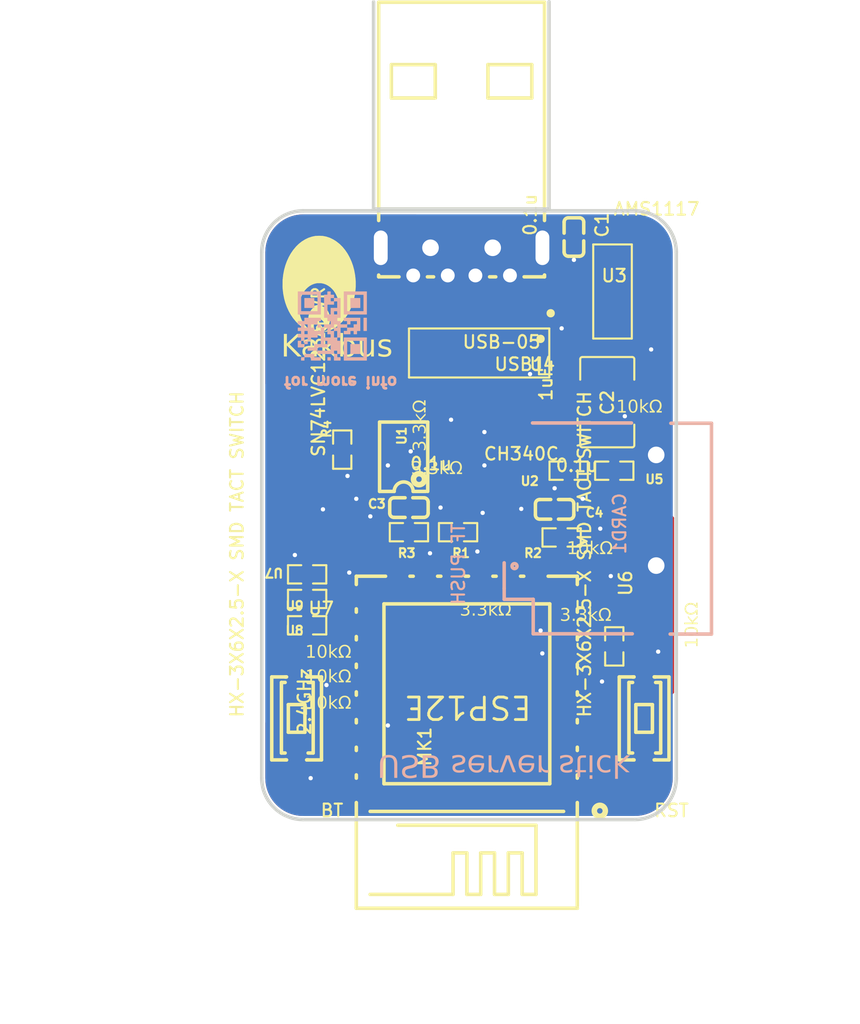
<source format=kicad_pcb>
(kicad_pcb (version 20241229) (generator "pcbnew") (generator_version "9.0")
  (layers (0 "F.Cu" signal "TopLayer") (2 "B.Cu" signal "BottomLayer") (13 "F.Paste" user "TopPasteMaskLayer") (15 "B.Paste" user "BottomPasteMaskLayer") (5 "F.SilkS" user "TopSilkLayer") (7 "B.SilkS" user "BottomSilkLayer") (1 "F.Mask" user "TopSolderMaskLayer") (3 "B.Mask" user "BottomSolderMaskLayer") (25 "Edge.Cuts" user "BoardOutLine"))
  (net 1 "")
  (net 2 "CSH")
  (net 3 "SCKH")
  (net 4 "DIH")
  (net 5 "DOH")
  (net 6 "CARD1_2")
  (net 7 "3.3V")
  (net 8 "SCK")
  (net 9 "MOSI")
  (net 10 "MISO")
  (net 11 "BT")
  (net 12 "CS")
  (net 13 "U1_12")
  (net 14 "GND")
  (net 15 "RST")
  (net 16 "U4_6")
  (net 17 "U4_5")
  (net 18 "MK1_3")
  (net 19 "VCC")
  (net 20 "U1_2")
  (net 21 "U1_5")
  (net 22 "MK1_16")
  (net 23 "MK1_17")
  (net 24 "U1_9")
  (net 25 "RXD")
  (net 26 "TXD")
  (footprint "usb:C0603" (layer "F.Cu") (at 158.194 113.513)
    (property "Reference" "C4")
    (property "Value" "0.1u")
  )
  (footprint "usb:R0603" (layer "F.Cu") (at 162.512 110.719)
    (property "Reference" "U5")
    (property "Value" "10kΩ")
  )
  (footprint "usb:C0603" (layer "F.Cu") (at 147.653 113.386)
    (property "Reference" "C3")
    (property "Value" "0.1u")
  )
  (footprint "usb:C0603" (layer "F.Cu") (at 159.591 93.828 90)
    (property "Reference" "C1")
    (property "Value" "0.1u")
  )
  (footprint "usb:C1812" (layer "F.Cu") (at 162.004 105.766 90)
    (property "Reference" "C2")
    (property "Value" "1uF")
  )
  (footprint "usb:TSSOP-14_L5.0-W4.4-P0.65-LS6.4-BL" (layer "F.Cu") (at 147.272 109.703 90)
    (property "Reference" "U1")
    (property "Value" "SN74LVC125APWR")
  )
  (footprint "usb:R0603" (layer "F.Cu") (at 140.287 119.99 180)
    (property "Reference" "U9")
    (property "Value" "10kΩ")
  )
  (footprint "usb:WIFIM-SMD_ESP-12E-BR" (layer "F.Cu") (at 151.844 126.086 90)
    (property "Reference" "MK1")
    (property "Value" "2.4GHz")
  )
  (footprint "usb:R0603" (layer "F.Cu") (at 151.209 115.164 180)
    (property "Reference" "R1")
    (property "Value" "3.3kΩ")
  )
  (footprint "usb:SOP-16_L10.0-W3.9-P1.27-LS6.0-BL" (layer "F.Cu") (at 152.733 102.21 180)
    (property "Reference" "U4")
    (property "Value" "CH340C")
  )
  (footprint "usb:SW-SMD_HX-3X6X2.5-X" (layer "F.Cu") (at 164.671 128.626 90)
    (property "Reference" "RST")
    (property "Value" "HX-3X6X2.5-X SMD TACT SWITCH")
  )
  (footprint "usb:R0603" (layer "F.Cu") (at 140.287 118.212 180)
    (property "Reference" "U7")
    (property "Value" "10kΩ")
  )
  (footprint "usb:R0603" (layer "F.Cu") (at 140.287 121.895 180)
    (property "Reference" "U8")
    (property "Value" "10kΩ")
  )
  (footprint "usb:R0603" (layer "F.Cu") (at 142.827 109.195 -90)
    (property "Reference" "R4")
    (property "Value" "3.3kΩ")
  )
  (footprint "usb:R0603" (layer "F.Cu") (at 147.653 115.164)
    (property "Reference" "R3")
    (property "Value" "3.3kΩ")
  )
  (footprint "usb:SOT-223_L6.5-W3.5-P2.30-LS7.0-BR" (layer "F.Cu") (at 162.385 97.765)
    (property "Reference" "U3")
    (property "Value" "AMS1117")
  )
  (footprint "usb:SW-SMD_HX-3X6X2.5-X" (layer "F.Cu") (at 139.525 128.626 90)
    (property "Reference" "BT")
    (property "Value" "HX-3X6X2.5-X SMD TACT SWITCH")
  )
  (footprint "usb:USB-A-TH_USB-05" (layer "F.Cu") (at 151.463 95.606 180)
    (property "Reference" "USB1")
    (property "Value" "USB-05")
    (fp_line (start 6.3702 3.8) (end 6.3702 18.7687) (stroke (width 0.254)) (layer "Edge.Cuts"))
    (fp_line (start -6.3298 3.8) (end 6.3702 3.8) (stroke (width 0.254)) (layer "Edge.Cuts"))
    (fp_line (start -6.3298 3.8) (end -6.3298 18.7839) (stroke (width 0.254)) (layer "Edge.Cuts"))
  )
  (footprint "usb:R0603" (layer "F.Cu") (at 158.702 115.545 180)
    (property "Reference" "R2")
    (property "Value" "3.3kΩ")
  )
  (footprint "usb:R0603" (layer "F.Cu") (at 159.21 110.719 180)
    (property "Reference" "U2")
    (property "Value" "10kΩ")
  )
  (footprint "usb:R0603" (layer "F.Cu") (at 162.512 123.419 -90)
    (property "Reference" "U6")
    (property "Value" "10kΩ")
  )
  (footprint "usb:TF-SMD_TF-PUSH" (layer "B.Cu") (at 159.845 114.529 -90)
    (property "Reference" "CARD1")
    (property "Value" "TF PUSH")
  )
  (gr_poly (pts (xy 141.3018 93.7429) (xy 141.4491 93.7486) (xy 141.4733 93.7575) (xy 141.4974 93.7663) (xy 141.5376 93.7703) (xy 141.5778 93.7743) (xy 141.6004 93.7822) (xy 141.623 93.7901) (xy 141.6555 93.7934) (xy 141.688 93.7968) (xy 141.7014 93.8052) (xy 141.7148 93.8136) (xy 141.7389 93.818) (xy 141.763 93.8223) (xy 141.7752 93.8299) (xy 141.7873 93.8375) (xy 141.8114 93.8418) (xy 141.8356 93.8462) (xy 141.8453 93.8526) (xy 141.8549 93.859) (xy 141.8839 93.8664) (xy 141.9129 93.8739) (xy 141.9414 93.8862) (xy 141.9698 93.8986) (xy 141.9752 93.904) (xy 141.9805 93.9093) (xy 141.9974 93.9137) (xy 142.0144 93.9181) (xy 142.0239 93.9263) (xy 142.0334 93.9345) (xy 142.0408 93.9345) (xy 142.0483 93.9345) (xy 142.0663 93.9464) (xy 142.0844 93.9584) (xy 142.0905 93.9584) (xy 142.0966 93.9584) (xy 142.1146 93.9703) (xy 142.1326 93.9822) (xy 142.1387 93.9822) (xy 142.1447 93.9822) (xy 142.2486 94.0459) (xy 142.3525 94.1095) (xy 142.3597 94.1167) (xy 142.367 94.1238) (xy 142.379 94.1291) (xy 142.3911 94.1344) (xy 142.429 94.1642) (xy 142.4668 94.194) (xy 142.4976 94.2189) (xy 142.5284 94.2437) (xy 142.5383 94.2476) (xy 142.5481 94.2515) (xy 142.5481 94.2572) (xy 142.5481 94.2629) (xy 142.5594 94.2682) (xy 142.5706 94.2735) (xy 142.6097 94.3063) (xy 142.6488 94.3392) (xy 142.7494 94.4387) (xy 142.8501 94.5382) (xy 142.9418 94.6497) (xy 143.0336 94.7613) (xy 143.0553 94.7929) (xy 143.0771 94.8244) (xy 143.0964 94.8528) (xy 143.1157 94.8812) (xy 143.1412 94.9174) (xy 143.1667 94.9535) (xy 143.1913 94.9914) (xy 143.216 95.0292) (xy 143.2287 95.0525) (xy 143.2414 95.0758) (xy 143.2462 95.085) (xy 143.251 95.0943) (xy 143.2691 95.1235) (xy 143.2872 95.1526) (xy 143.2872 95.1576) (xy 143.2872 95.1626) (xy 143.2934 95.1705) (xy 143.2994 95.1784) (xy 143.3314 95.238) (xy 143.3634 95.2977) (xy 143.3932 95.3633) (xy 143.4229 95.429) (xy 143.4276 95.4379) (xy 143.4323 95.4468) (xy 143.4398 95.4647) (xy 143.4473 95.4826) (xy 143.4589 95.5065) (xy 143.4704 95.5304) (xy 143.4773 95.549) (xy 143.4843 95.5676) (xy 143.4893 95.5715) (xy 143.4942 95.5752) (xy 143.4973 95.5927) (xy 143.5004 95.6101) (xy 143.5072 95.617) (xy 143.514 95.624) (xy 143.517 95.644) (xy 143.5201 95.6641) (xy 143.5267 95.6709) (xy 143.5333 95.6777) (xy 143.5364 95.6977) (xy 143.5394 95.7178) (xy 143.5458 95.7244) (xy 143.5523 95.731) (xy 143.5555 95.75) (xy 143.5588 95.769) (xy 143.565 95.7779) (xy 143.5711 95.7869) (xy 143.5745 95.8018) (xy 143.5778 95.8167) (xy 143.5869 95.8406) (xy 143.5959 95.8644) (xy 143.6058 95.8917) (xy 143.6157 95.9189) (xy 143.6157 95.9306) (xy 143.6157 95.9423) (xy 143.6226 95.9544) (xy 143.6294 95.9665) (xy 143.6328 95.99) (xy 143.6361 96.0136) (xy 143.6425 96.0261) (xy 143.6488 96.0387) (xy 143.6521 96.0619) (xy 143.6554 96.0852) (xy 143.6618 96.0977) (xy 143.6682 96.1102) (xy 143.6714 96.1335) (xy 143.6748 96.1568) (xy 143.6811 96.1693) (xy 143.6875 96.1819) (xy 143.6925 96.2111) (xy 143.6975 96.2403) (xy 143.7051 96.2791) (xy 143.7126 96.3178) (xy 143.7177 96.3417) (xy 143.7227 96.3656) (xy 143.7288 96.4073) (xy 143.7348 96.4491) (xy 143.7399 96.461) (xy 143.745 96.473) (xy 143.7484 96.5058) (xy 143.7518 96.5386) (xy 143.7584 96.5684) (xy 143.765 96.5982) (xy 143.7679 96.649) (xy 143.7709 96.6996) (xy 143.7777 96.7384) (xy 143.7845 96.7772) (xy 143.7951 96.9085) (xy 143.8057 97.0397) (xy 143.8057 97.2336) (xy 143.8057 97.4275) (xy 143.7951 97.5587) (xy 143.7845 97.69) (xy 143.7777 97.7288) (xy 143.7709 97.7675) (xy 143.7679 97.8182) (xy 143.765 97.869) (xy 143.7584 97.8988) (xy 143.7518 97.9286) (xy 143.7484 97.9614) (xy 143.745 97.9942) (xy 143.7405 98.005) (xy 143.7359 98.0157) (xy 143.7293 98.0587) (xy 143.7226 98.1016) (xy 143.7176 98.1255) (xy 143.7126 98.1494) (xy 143.7051 98.1881) (xy 143.6975 98.2269) (xy 143.6925 98.2561) (xy 143.6875 98.2853) (xy 143.6811 98.2979) (xy 143.6748 98.3104) (xy 143.6714 98.3337) (xy 143.6682 98.3569) (xy 143.6618 98.3695) (xy 143.6554 98.382) (xy 143.6521 98.4053) (xy 143.6488 98.4285) (xy 143.6425 98.4411) (xy 143.6361 98.4536) (xy 143.6328 98.4772) (xy 143.6294 98.5007) (xy 143.6226 98.5128) (xy 143.6157 98.5249) (xy 143.6157 98.5372) (xy 143.6157 98.5495) (xy 143.6063 98.5722) (xy 143.597 98.5949) (xy 143.594 98.6118) (xy 143.591 98.6288) (xy 143.5846 98.6354) (xy 143.5781 98.6419) (xy 143.575 98.662) (xy 143.572 98.6821) (xy 143.5654 98.6889) (xy 143.5587 98.6956) (xy 143.5557 98.7157) (xy 143.5527 98.7358) (xy 143.5461 98.7425) (xy 143.5394 98.7493) (xy 143.5364 98.7694) (xy 143.5333 98.7895) (xy 143.5267 98.7962) (xy 143.5201 98.803) (xy 143.517 98.8231) (xy 143.514 98.8432) (xy 143.5072 98.8501) (xy 143.5004 98.8571) (xy 143.4973 98.8745) (xy 143.4942 98.892) (xy 143.4893 98.8958) (xy 143.4843 98.8995) (xy 143.4773 98.9182) (xy 143.4704 98.9369) (xy 143.4589 98.9607) (xy 143.4473 98.9846) (xy 143.4398 99.0025) (xy 143.4323 99.0204) (xy 143.4276 99.0293) (xy 143.4229 99.0383) (xy 143.3931 99.1039) (xy 143.3634 99.1695) (xy 143.313 99.2629) (xy 143.2627 99.3564) (xy 143.2556 99.3636) (xy 143.2486 99.3708) (xy 143.2486 99.3766) (xy 143.2486 99.3824) (xy 143.2388 99.3982) (xy 143.2291 99.4141) (xy 143.1914 99.4738) (xy 143.1538 99.5334) (xy 143.1461 99.5428) (xy 143.1384 99.5523) (xy 143.1126 99.5906) (xy 143.0869 99.6289) (xy 143.0796 99.6401) (xy 143.0723 99.6513) (xy 143.053 99.6786) (xy 143.0336 99.7059) (xy 142.9418 99.8175) (xy 142.8501 99.9291) (xy 142.7486 100.0294) (xy 142.6471 100.1297) (xy 142.5885 100.1776) (xy 142.5298 100.2255) (xy 142.4975 100.2493) (xy 142.4652 100.2732) (xy 142.4596 100.2794) (xy 142.4539 100.2856) (xy 142.4347 100.3002) (xy 142.4154 100.315) (xy 142.4071 100.3209) (xy 142.3988 100.3269) (xy 142.2718 100.406) (xy 142.1447 100.4851) (xy 142.1366 100.4851) (xy 142.1284 100.485) (xy 142.1255 100.4908) (xy 142.1226 100.4966) (xy 142.0998 100.5051) (xy 142.0771 100.5136) (xy 142.0626 100.5231) (xy 142.0482 100.5326) (xy 142.0421 100.5327) (xy 142.036 100.5327) (xy 142.018 100.5446) (xy 142 100.5566) (xy 141.9934 100.5566) (xy 141.9868 100.5566) (xy 141.974 100.565) (xy 141.9612 100.5735) (xy 141.937 100.5834) (xy 141.9129 100.5933) (xy 141.8839 100.6008) (xy 141.8549 100.6083) (xy 141.8453 100.6146) (xy 141.8356 100.621) (xy 141.8114 100.6254) (xy 141.7873 100.6297) (xy 141.7752 100.6373) (xy 141.763 100.6449) (xy 141.7389 100.6492) (xy 141.7148 100.6536) (xy 141.702 100.6616) (xy 141.6891 100.6697) (xy 141.6488 100.6753) (xy 141.6086 100.681) (xy 141.5958 100.6869) (xy 141.5831 100.693) (xy 141.5354 100.6973) (xy 141.4878 100.7016) (xy 141.4722 100.7096) (xy 141.4567 100.7176) (xy 141.4288 100.7175) (xy 141.4008 100.7173) (xy 141.3797 100.7113) (xy 141.3585 100.7053) (xy 141.3434 100.7114) (xy 141.3283 100.7175) (xy 141.2752 100.7205) (xy 141.2221 100.7234) (xy 141.2052 100.7295) (xy 141.1883 100.7355) (xy 141.1822 100.7355) (xy 141.1762 100.7355) (xy 141.1762 100.7296) (xy 141.1762 100.7236) (xy 141.1925 100.7236) (xy 141.2089 100.7236) (xy 141.2114 100.7116) (xy 141.214 100.6995) (xy 141.2287 100.6932) (xy 141.2434 100.6869) (xy 141.2489 100.6659) (xy 141.2545 100.6449) (xy 141.2612 100.6291) (xy 141.2679 100.6133) (xy 141.2679 100.5886) (xy 141.268 100.564) (xy 141.2562 100.5311) (xy 141.2444 100.4982) (xy 141.2212 100.4783) (xy 141.1979 100.4583) (xy 141.1569 100.4583) (xy 141.1158 100.4582) (xy 141.098 100.4738) (xy 141.0803 100.4892) (xy 141.0739 100.4977) (xy 141.0675 100.5062) (xy 141.0566 100.5251) (xy 141.0457 100.5442) (xy 141.0457 100.5894) (xy 141.0457 100.6346) (xy 141.0615 100.661) (xy 141.0771 100.6874) (xy 141.0859 100.6911) (xy 141.0946 100.6948) (xy 141.0991 100.7092) (xy 141.1035 100.7236) (xy 141.1229 100.7236) (xy 141.1424 100.7236) (xy 141.1424 100.7303) (xy 141.1424 100.7371) (xy 141.1194 100.7336) (xy 141.0965 100.7301) (xy 141.0748 100.724) (xy 141.053 100.7178) (xy 141.0095 100.7148) (xy 140.9661 100.7118) (xy 140.9515 100.711) (xy 140.9371 100.7104) (xy 140.8973 100.7149) (xy 140.8575 100.7194) (xy 140.8369 100.7101) (xy 140.8163 100.7009) (xy 140.7777 100.6974) (xy 140.739 100.6938) (xy 140.7076 100.6851) (xy 140.6762 100.6764) (xy 140.6472 100.6706) (xy 140.6182 100.6647) (xy 140.5868 100.6549) (xy 140.5555 100.645) (xy 140.5385 100.6369) (xy 140.5216 100.6288) (xy 140.4999 100.6248) (xy 140.4782 100.6208) (xy 140.4661 100.6133) (xy 140.454 100.6059) (xy 140.4299 100.6015) (xy 140.4058 100.5972) (xy 140.3927 100.5888) (xy 140.3796 100.5804) (xy 140.3708 100.5804) (xy 140.3621 100.5804) (xy 140.344 100.5685) (xy 140.326 100.5566) (xy 140.3198 100.5566) (xy 140.3135 100.5566) (xy 140.2951 100.545) (xy 140.2767 100.5334) (xy 140.2632 100.5297) (xy 140.2496 100.526) (xy 140.2312 100.5145) (xy 140.2128 100.5029) (xy 140.2054 100.5027) (xy 140.1979 100.5025) (xy 140.1886 100.4937) (xy 140.1792 100.485) (xy 140.1709 100.485) (xy 140.1626 100.485) (xy 140.0257 100.3994) (xy 139.8888 100.3139) (xy 139.8487 100.2801) (xy 139.8087 100.2464) (xy 139.805 100.2464) (xy 139.8013 100.2464) (xy 139.7863 100.2329) (xy 139.7713 100.2195) (xy 139.7624 100.212) (xy 139.7535 100.2046) (xy 139.7101 100.1696) (xy 139.6666 100.1347) (xy 139.5748 100.0446) (xy 139.483 99.9546) (xy 139.4202 99.8799) (xy 139.3574 99.8052) (xy 139.3164 99.7554) (xy 139.2753 99.7056) (xy 139.2605 99.6851) (xy 139.2457 99.6647) (xy 139.2117 99.6132) (xy 139.1778 99.5618) (xy 139.1721 99.5536) (xy 139.1663 99.5453) (xy 139.1418 99.5126) (xy 139.1172 99.4797) (xy 139.1045 99.4565) (xy 139.0917 99.4333) (xy 139.0861 99.4214) (xy 139.0805 99.4095) (xy 139.0763 99.4059) (xy 139.072 99.4022) (xy 139.0347 99.3336) (xy 138.9973 99.2649) (xy 138.9804 99.2351) (xy 138.9636 99.2053) (xy 138.9562 99.1934) (xy 138.9488 99.1814) (xy 138.9364 99.1516) (xy 138.9239 99.1218) (xy 138.9136 99.0999) (xy 138.9033 99.0779) (xy 138.8788 99.0253) (xy 138.8543 98.9726) (xy 138.8508 98.9637) (xy 138.8473 98.9547) (xy 138.8357 98.9309) (xy 138.824 98.907) (xy 138.8112 98.8742) (xy 138.7984 98.8414) (xy 138.7893 98.8161) (xy 138.78767 98.8116) (xy 139.7125 98.8116) (xy 139.713 98.9488) (xy 139.7135 99.086) (xy 139.7179 99.1129) (xy 139.7223 99.1397) (xy 139.7293 99.2142) (xy 139.7364 99.2888) (xy 139.7439 99.3276) (xy 139.7514 99.3664) (xy 139.7583 99.3932) (xy 139.7651 99.4201) (xy 139.7685 99.4458) (xy 139.7717 99.4715) (xy 139.7808 99.4932) (xy 139.7897 99.5151) (xy 139.7897 99.5284) (xy 139.7897 99.5417) (xy 139.7945 99.5453) (xy 139.7992 99.5488) (xy 139.8043 99.5739) (xy 139.8094 99.599) (xy 139.8194 99.6259) (xy 139.8294 99.6527) (xy 139.8482 99.6997) (xy 139.8671 99.7467) (xy 139.8671 99.7542) (xy 139.8671 99.7617) (xy 139.8738 99.7686) (xy 139.8806 99.7755) (xy 139.8836 99.7902) (xy 139.8865 99.8048) (xy 139.9065 99.8421) (xy 139.9265 99.8794) (xy 139.9354 99.8956) (xy 139.9444 99.9118) (xy 139.9444 99.9156) (xy 139.9444 99.9195) (xy 139.9625 99.9482) (xy 139.9806 99.9769) (xy 140.0096 100.0262) (xy 140.0386 100.0755) (xy 140.0579 100.1027) (xy 140.0772 100.13) (xy 140.1376 100.2048) (xy 140.1979 100.2797) (xy 140.239 100.3194) (xy 140.2801 100.3591) (xy 140.2877 100.3669) (xy 140.2954 100.3746) (xy 140.3028 100.3806) (xy 140.3103 100.3866) (xy 140.3604 100.4283) (xy 140.4105 100.4701) (xy 140.4226 100.4776) (xy 140.4347 100.4851) (xy 140.454 100.4996) (xy 140.4733 100.5142) (xy 140.4854 100.5205) (xy 140.4975 100.5267) (xy 140.5047 100.5327) (xy 140.512 100.5387) (xy 140.524 100.545) (xy 140.5361 100.5512) (xy 140.5579 100.5633) (xy 140.5796 100.5754) (xy 140.5924 100.5839) (xy 140.6053 100.5924) (xy 140.6119 100.5924) (xy 140.6186 100.5924) (xy 140.6376 100.6043) (xy 140.6565 100.6162) (xy 140.663 100.6162) (xy 140.6696 100.6162) (xy 140.6922 100.6276) (xy 140.7149 100.6389) (xy 140.739 100.6489) (xy 140.7631 100.6588) (xy 140.7976 100.6662) (xy 140.832 100.6736) (xy 140.8402 100.6837) (xy 140.8484 100.6938) (xy 140.871 100.6937) (xy 140.8936 100.6936) (xy 140.9002 100.6885) (xy 140.9067 100.6833) (xy 140.9015 100.6793) (xy 140.8962 100.6754) (xy 140.872 100.6718) (xy 140.8477 100.6683) (xy 140.8477 100.6628) (xy 140.8477 100.6574) (xy 140.832 100.6484) (xy 140.8163 100.6393) (xy 140.797 100.625) (xy 140.7777 100.6107) (xy 140.7608 100.5989) (xy 140.7438 100.587) (xy 140.7317 100.5796) (xy 140.7197 100.5722) (xy 140.6593 100.5123) (xy 140.5989 100.4524) (xy 140.5893 100.4377) (xy 140.5798 100.4229) (xy 140.5669 100.4067) (xy 140.5541 100.3905) (xy 140.5403 100.3676) (xy 140.5264 100.3448) (xy 140.5175 100.3329) (xy 140.5085 100.3209) (xy 140.4959 100.297) (xy 140.4833 100.2732) (xy 140.4677 100.2354) (xy 140.4521 100.1977) (xy 140.4476 100.1907) (xy 140.4431 100.1837) (xy 140.7711 100.1837) (xy 140.7714 100.2493) (xy 140.7717 100.315) (xy 140.7749 100.3418) (xy 140.7781 100.3686) (xy 140.7833 100.3806) (xy 140.7886 100.3925) (xy 140.792 100.4175) (xy 140.7953 100.4425) (xy 140.8022 100.4496) (xy 140.8091 100.4566) (xy 140.8091 100.4629) (xy 140.8091 100.4692) (xy 140.8307 100.5084) (xy 140.8523 100.5476) (xy 140.8705 100.5717) (xy 140.8888 100.5959) (xy 140.9226 100.6292) (xy 140.9564 100.6625) (xy 140.9685 100.6669) (xy 140.9806 100.6713) (xy 140.9878 100.6787) (xy 140.995 100.686) (xy 141.0034 100.6896) (xy 141.0116 100.6933) (xy 141.0142 100.6883) (xy 141.0166 100.6833) (xy 140.9839 100.6421) (xy 140.9512 100.601) (xy 140.9449 100.5803) (xy 140.9386 100.5596) (xy 140.9306 100.5417) (xy 140.9226 100.5237) (xy 140.9227 100.4432) (xy 140.9228 100.3627) (xy 140.9336 100.3389) (xy 140.9443 100.3152) (xy 140.9443 100.3103) (xy 140.9443 100.3055) (xy 140.9552 100.2868) (xy 140.9661 100.268) (xy 140.9898 100.2408) (xy 141.0135 100.2136) (xy 141.021 100.2031) (xy 141.0286 100.1927) (xy 141.0336 100.1927) (xy 141.0386 100.1927) (xy 141.0579 100.1792) (xy 141.0771 100.1658) (xy 141.16 100.1658) (xy 141.2428 100.1658) (xy 141.2521 100.1762) (xy 141.2615 100.1867) (xy 141.2657 100.1867) (xy 141.2699 100.1867) (xy 141.2893 100.2031) (xy 141.3087 100.2195) (xy 141.3249 100.2404) (xy 141.3411 100.2613) (xy 141.3557 100.2877) (xy 141.3702 100.314) (xy 141.38 100.3443) (xy 141.3898 100.3746) (xy 141.3898 100.4432) (xy 141.3898 100.5118) (xy 141.3799 100.5424) (xy 141.3701 100.573) (xy 141.3494 100.6102) (xy 141.3287 100.6474) (xy 141.3225 100.6504) (xy 141.3163 100.6533) (xy 141.3163 100.6612) (xy 141.3163 100.6691) (xy 141.3066 100.6729) (xy 141.297 100.6767) (xy 141.297 100.6823) (xy 141.297 100.6878) (xy 141.3064 100.6878) (xy 141.3157 100.6878) (xy 141.3182 100.6829) (xy 141.3207 100.678) (xy 141.3523 100.6581) (xy 141.3839 100.6383) (xy 141.3839 100.6344) (xy 141.3839 100.6306) (xy 141.408 100.6079) (xy 141.4321 100.5852) (xy 141.4558 100.548) (xy 141.4795 100.5107) (xy 141.4989 100.4685) (xy 141.5182 100.4263) (xy 141.5217 100.4064) (xy 141.5251 100.3866) (xy 141.5318 100.3705) (xy 141.5385 100.3543) (xy 141.5385 100.2464) (xy 141.5385 100.1384) (xy 141.5318 100.1222) (xy 141.5251 100.1062) (xy 141.5216 100.0853) (xy 141.5181 100.0644) (xy 141.512 100.0554) (xy 141.5058 100.0465) (xy 141.5022 100.0317) (xy 141.4985 100.0169) (xy 141.4883 99.999) (xy 141.4781 99.9812) (xy 141.46 99.9512) (xy 141.4418 99.9212) (xy 141.4371 99.9152) (xy 141.4324 99.9092) (xy 141.4238 99.9) (xy 141.4153 99.8909) (xy 141.3907 99.866) (xy 141.366 99.8411) (xy 141.3544 99.8349) (xy 141.3429 99.8287) (xy 141.3356 99.8232) (xy 141.3283 99.8178) (xy 141.3083 99.8057) (xy 141.2881 99.7937) (xy 141.2696 99.7894) (xy 141.2511 99.7851) (xy 141.2355 99.7771) (xy 141.22 99.7691) (xy 141.1556 99.7691) (xy 141.0913 99.7691) (xy 141.0638 99.781) (xy 141.0363 99.793) (xy 141.0291 99.793) (xy 141.0219 99.793) (xy 141.0012 99.8054) (xy 140.9806 99.8178) (xy 140.9733 99.8232) (xy 140.9661 99.8287) (xy 140.9545 99.8349) (xy 140.9429 99.8411) (xy 140.9182 99.866) (xy 140.8936 99.8909) (xy 140.8838 99.9031) (xy 140.8739 99.9152) (xy 140.8548 99.9451) (xy 140.8356 99.9749) (xy 140.8247 99.9941) (xy 140.8139 100.0132) (xy 140.8139 100.0186) (xy 140.8139 100.024) (xy 140.8048 100.0383) (xy 140.7957 100.0525) (xy 140.7876 100.0883) (xy 140.7795 100.124) (xy 140.7753 100.1539) (xy 140.7711 100.1837) (xy 140.4431 100.1837) (xy 140.4395 100.1688) (xy 140.4359 100.1539) (xy 140.4296 100.1448) (xy 140.4231 100.1358) (xy 140.4184 100.112) (xy 140.4138 100.0882) (xy 140.4088 100.0703) (xy 140.4038 100.0525) (xy 140.3932 100.0109) (xy 140.3827 99.9694) (xy 140.3773 99.8946) (xy 140.372 99.8198) (xy 140.372 99.7601) (xy 140.3721 99.7005) (xy 140.3779 99.6213) (xy 140.3837 99.5421) (xy 140.3895 99.5288) (xy 140.3953 99.5155) (xy 140.4014 99.4827) (xy 140.4075 99.4499) (xy 140.4154 99.4201) (xy 140.4233 99.3902) (xy 140.4278 99.3813) (xy 140.4323 99.3723) (xy 140.4371 99.3575) (xy 140.4419 99.3425) (xy 140.4467 99.3336) (xy 140.4516 99.3246) (xy 140.4568 99.3097) (xy 140.4619 99.2948) (xy 140.4682 99.2859) (xy 140.4746 99.2769) (xy 140.4783 99.2621) (xy 140.4819 99.2473) (xy 140.4921 99.2295) (xy 140.5023 99.2117) (xy 140.5313 99.1695) (xy 140.5603 99.1274) (xy 140.582 99.0958) (xy 140.6038 99.0643) (xy 140.6605 99.0078) (xy 140.7173 98.9514) (xy 140.7281 98.9455) (xy 140.739 98.9395) (xy 140.7583 98.9249) (xy 140.7777 98.9104) (xy 140.7922 98.9012) (xy 140.8066 98.8919) (xy 140.8163 98.8848) (xy 140.8259 98.8776) (xy 140.8382 98.8677) (xy 140.8505 98.8578) (xy 140.8721 98.8515) (xy 140.8936 98.8451) (xy 140.9178 98.8356) (xy 140.9419 98.826) (xy 140.9564 98.8196) (xy 140.9709 98.8132) (xy 140.9975 98.8081) (xy 141.024 98.8031) (xy 141.0876 98.796) (xy 141.1511 98.7888) (xy 141.1866 98.7929) (xy 141.2221 98.7969) (xy 141.2784 98.8026) (xy 141.3346 98.8082) (xy 141.3508 98.8169) (xy 141.367 98.8256) (xy 141.3912 98.8353) (xy 141.4153 98.8451) (xy 141.4371 98.8514) (xy 141.4588 98.8576) (xy 141.466 98.8646) (xy 141.4733 98.8715) (xy 141.5047 98.8912) (xy 141.5361 98.9109) (xy 141.5675 98.9317) (xy 141.5989 98.9527) (xy 141.6472 99.0014) (xy 141.6955 99.05) (xy 141.7148 99.0739) (xy 141.7342 99.0979) (xy 141.757 99.1337) (xy 141.7798 99.1695) (xy 141.7956 99.1922) (xy 141.8114 99.215) (xy 141.8295 99.2549) (xy 141.8477 99.2948) (xy 141.8525 99.3086) (xy 141.8574 99.3224) (xy 141.8574 99.3273) (xy 141.8574 99.3321) (xy 141.8643 99.3392) (xy 141.8712 99.3463) (xy 141.8742 99.3634) (xy 141.8773 99.3805) (xy 141.8837 99.387) (xy 141.8901 99.3936) (xy 141.8934 99.4213) (xy 141.8968 99.4489) (xy 141.9032 99.4614) (xy 141.9095 99.4738) (xy 141.913 99.5006) (xy 141.9164 99.5275) (xy 141.9243 99.5453) (xy 141.9322 99.5632) (xy 141.9337 99.7401) (xy 141.9352 99.9169) (xy 141.9305 99.9459) (xy 141.9256 99.9749) (xy 141.9179 100.0047) (xy 141.9101 100.0345) (xy 141.905 100.0525) (xy 141.8998 100.0703) (xy 141.8934 100.1002) (xy 141.887 100.13) (xy 141.8529 100.2123) (xy 141.8187 100.2947) (xy 141.7668 100.3737) (xy 141.7148 100.4527) (xy 141.6543 100.5132) (xy 141.5939 100.5737) (xy 141.5819 100.5802) (xy 141.5699 100.5866) (xy 141.5506 100.6003) (xy 141.5312 100.614) (xy 141.498 100.636) (xy 141.4647 100.658) (xy 141.4593 100.6632) (xy 141.454 100.6684) (xy 141.4311 100.6725) (xy 141.4083 100.6766) (xy 141.4058 100.6816) (xy 141.4033 100.6866) (xy 141.4109 100.6901) (xy 141.4185 100.6938) (xy 141.4395 100.6938) (xy 141.4605 100.6938) (xy 141.4682 100.6843) (xy 141.4758 100.6748) (xy 141.5108 100.6668) (xy 141.5457 100.6588) (xy 141.5651 100.6497) (xy 141.5844 100.6406) (xy 141.5942 100.6404) (xy 141.604 100.6401) (xy 141.6135 100.6319) (xy 141.623 100.6237) (xy 141.64 100.6194) (xy 141.6568 100.6151) (xy 141.667 100.6071) (xy 141.6772 100.5992) (xy 141.6946 100.5951) (xy 141.712 100.5911) (xy 141.7177 100.5828) (xy 141.7233 100.5745) (xy 141.7278 100.5745) (xy 141.7324 100.5745) (xy 141.7792 100.5473) (xy 141.8259 100.5201) (xy 141.8332 100.5144) (xy 141.8404 100.5086) (xy 141.8525 100.5012) (xy 141.8646 100.4938) (xy 141.8863 100.4762) (xy 141.9081 100.4586) (xy 141.9226 100.4483) (xy 141.937 100.438) (xy 141.949 100.4302) (xy 141.9611 100.4223) (xy 141.9684 100.4145) (xy 141.9757 100.4067) (xy 141.9933 100.3906) (xy 142.0108 100.3746) (xy 142.0217 100.3657) (xy 142.0326 100.3567) (xy 142.0452 100.3434) (xy 142.0578 100.33) (xy 142.0648 100.3225) (xy 142.0719 100.315) (xy 142.1011 100.2851) (xy 142.1304 100.2553) (xy 142.1405 100.2433) (xy 142.1507 100.2314) (xy 142.1743 100.204) (xy 142.1979 100.1765) (xy 142.2341 100.1271) (xy 142.2703 100.0777) (xy 142.2752 100.0677) (xy 142.28 100.0575) (xy 142.2862 100.049) (xy 142.2923 100.0405) (xy 142.3306 99.9763) (xy 142.3688 99.9121) (xy 142.372 99.8996) (xy 142.3752 99.8873) (xy 142.3903 99.8595) (xy 142.4056 99.8317) (xy 142.4135 99.8138) (xy 142.4214 99.7959) (xy 142.4368 99.7571) (xy 142.4522 99.7184) (xy 142.4567 99.7094) (xy 142.4612 99.7005) (xy 142.466 99.6856) (xy 142.4708 99.6706) (xy 142.4757 99.6617) (xy 142.4805 99.6527) (xy 142.4854 99.6378) (xy 142.4902 99.6229) (xy 142.4968 99.608) (xy 142.5034 99.5931) (xy 142.5069 99.5692) (xy 142.5104 99.5453) (xy 142.5165 99.5305) (xy 142.5225 99.5155) (xy 142.5309 99.4857) (xy 142.5392 99.4559) (xy 142.5453 99.4231) (xy 142.5514 99.3902) (xy 142.5567 99.3694) (xy 142.5621 99.3485) (xy 142.5699 99.2978) (xy 142.5777 99.2471) (xy 142.5821 99.1964) (xy 142.5864 99.1456) (xy 142.5944 99.0639) (xy 142.6024 98.9821) (xy 142.6001 98.9177) (xy 142.5978 98.8533) (xy 142.5898 98.7608) (xy 142.5818 98.6684) (xy 142.5766 98.6356) (xy 142.5714 98.6028) (xy 142.5651 98.5573) (xy 142.5588 98.5117) (xy 142.5539 98.5005) (xy 142.5491 98.4894) (xy 142.5456 98.461) (xy 142.5422 98.4325) (xy 142.5331 98.4105) (xy 142.524 98.3884) (xy 142.524 98.3759) (xy 142.524 98.3634) (xy 142.5169 98.3519) (xy 142.5098 98.3403) (xy 142.5066 98.312) (xy 142.5034 98.2838) (xy 142.4968 98.277) (xy 142.4901 98.2702) (xy 142.4901 98.2645) (xy 142.4901 98.2587) (xy 142.4563 98.1742) (xy 142.4225 98.0897) (xy 142.4105 98.0659) (xy 142.3986 98.042) (xy 142.389 98.0211) (xy 142.3794 98.0002) (xy 142.3723 97.9819) (xy 142.3651 97.9635) (xy 142.3576 97.9558) (xy 142.3501 97.948) (xy 142.3501 97.9398) (xy 142.3501 97.9316) (xy 142.3457 97.9316) (xy 142.3414 97.9316) (xy 142.33 97.9096) (xy 142.3187 97.8876) (xy 142.3124 97.8738) (xy 142.3061 97.86) (xy 142.3018 97.86) (xy 142.2976 97.86) (xy 142.2948 97.8494) (xy 142.2921 97.8388) (xy 142.2761 97.8181) (xy 142.2601 97.7974) (xy 142.2348 97.7595) (xy 142.2096 97.7216) (xy 142.1796 97.6856) (xy 142.1496 97.6496) (xy 142.1088 97.6071) (xy 142.068 97.5647) (xy 142.0508 97.5454) (xy 142.0337 97.526) (xy 142.0304 97.5259) (xy 142.027 97.5259) (xy 141.9917 97.4916) (xy 141.9563 97.4572) (xy 141.9442 97.4497) (xy 141.9322 97.4421) (xy 141.9143 97.4289) (xy 141.8964 97.4156) (xy 141.8582 97.3876) (xy 141.8201 97.3595) (xy 141.8075 97.3557) (xy 141.7949 97.3517) (xy 141.7893 97.3434) (xy 141.7837 97.335) (xy 141.7782 97.3349) (xy 141.7728 97.3346) (xy 141.7486 97.32) (xy 141.7245 97.3053) (xy 141.7191 97.3052) (xy 141.7136 97.3052) (xy 141.708 97.2969) (xy 141.7024 97.2885) (xy 141.6844 97.2844) (xy 141.6665 97.2803) (xy 141.6617 97.2754) (xy 141.6568 97.2705) (xy 141.6279 97.2577) (xy 141.5989 97.2448) (xy 141.5723 97.237) (xy 141.5457 97.2291) (xy 141.5337 97.2232) (xy 141.5216 97.2173) (xy 141.4975 97.213) (xy 141.4734 97.2086) (xy 141.4613 97.201) (xy 141.4491 97.1933) (xy 141.4105 97.1891) (xy 141.3718 97.185) (xy 141.3446 97.1765) (xy 141.3173 97.168) (xy 141.151 97.168) (xy 140.9847 97.168) (xy 140.9609 97.1764) (xy 140.9371 97.1849) (xy 140.9008 97.189) (xy 140.8646 97.1932) (xy 140.8496 97.2008) (xy 140.8346 97.2084) (xy 140.8134 97.2124) (xy 140.7922 97.2165) (xy 140.7704 97.2247) (xy 140.7487 97.233) (xy 140.7245 97.2428) (xy 140.7003 97.2525) (xy 140.681 97.2596) (xy 140.6617 97.2668) (xy 140.652 97.2735) (xy 140.6422 97.2803) (xy 140.6244 97.2844) (xy 140.6065 97.2885) (xy 140.601 97.2967) (xy 140.5955 97.3049) (xy 140.5793 97.3086) (xy 140.563 97.3124) (xy 140.5574 97.3207) (xy 140.5518 97.3291) (xy 140.5468 97.3291) (xy 140.5419 97.3291) (xy 140.5148 97.3442) (xy 140.4878 97.3593) (xy 140.4805 97.3652) (xy 140.4733 97.371) (xy 140.4612 97.3784) (xy 140.4491 97.3858) (xy 140.4226 97.4067) (xy 140.396 97.4276) (xy 140.3864 97.435) (xy 140.3767 97.4425) (xy 140.3647 97.4499) (xy 140.3527 97.4573) (xy 140.3447 97.4663) (xy 140.3366 97.4752) (xy 140.3092 97.4991) (xy 140.2818 97.523) (xy 140.2423 97.5612) (xy 140.2028 97.5995) (xy 140.1841 97.6209) (xy 140.1653 97.6423) (xy 140.1309 97.6847) (xy 140.0965 97.7271) (xy 140.0798 97.7503) (xy 140.0629 97.7735) (xy 140.0402 97.8093) (xy 140.0174 97.8451) (xy 140.0111 97.8542) (xy 140.0047 97.8634) (xy 139.9905 97.89) (xy 139.9763 97.9167) (xy 139.9712 97.9227) (xy 139.9661 97.9286) (xy 139.9455 97.9661) (xy 139.925 98.0036) (xy 139.925 98.0086) (xy 139.925 98.0137) (xy 139.9175 98.0214) (xy 139.91 98.0291) (xy 139.903 98.0475) (xy 139.8959 98.0659) (xy 139.8793 98.1045) (xy 139.8627 98.1433) (xy 139.8602 98.1523) (xy 139.8577 98.1613) (xy 139.8533 98.1702) (xy 139.8488 98.1792) (xy 139.8357 98.215) (xy 139.8227 98.2508) (xy 139.8164 98.2657) (xy 139.8102 98.2806) (xy 139.8066 98.3014) (xy 139.803 98.3222) (xy 139.7969 98.3342) (xy 139.7907 98.3463) (xy 139.7872 98.3671) (xy 139.7837 98.3878) (xy 139.7774 98.3998) (xy 139.7712 98.4119) (xy 139.7678 98.4417) (xy 139.7643 98.4715) (xy 139.7584 98.4864) (xy 139.7524 98.5013) (xy 139.7492 98.5323) (xy 139.746 98.5633) (xy 139.7395 98.583) (xy 139.733 98.6028) (xy 139.7295 98.6595) (xy 139.7261 98.7161) (xy 139.7193 98.7639) (xy 139.7125 98.8116) (xy 138.78767 98.8116) (xy 138.7801 98.7907) (xy 138.7705 98.7639) (xy 138.7608 98.737) (xy 138.7517 98.7116) (xy 138.7426 98.6863) (xy 138.73 98.6523) (xy 138.7174 98.6184) (xy 138.7174 98.6099) (xy 138.7174 98.6012) (xy 138.7106 98.5943) (xy 138.7039 98.5874) (xy 138.7006 98.5653) (xy 138.6973 98.5431) (xy 138.6907 98.5306) (xy 138.6842 98.518) (xy 138.6807 98.4948) (xy 138.6772 98.4715) (xy 138.671 98.4596) (xy 138.6647 98.4477) (xy 138.6614 98.4222) (xy 138.6581 98.3967) (xy 138.6541 98.3935) (xy 138.6499 98.3905) (xy 138.6447 98.3654) (xy 138.6395 98.3403) (xy 138.6306 98.3104) (xy 138.6218 98.2806) (xy 138.6161 98.2537) (xy 138.6105 98.2269) (xy 138.6038 98.1839) (xy 138.5971 98.1409) (xy 138.5926 98.1302) (xy 138.588 98.1196) (xy 138.5845 98.0867) (xy 138.581 98.0539) (xy 138.5748 98.0354) (xy 138.5687 98.017) (xy 138.5651 97.9848) (xy 138.5615 97.9527) (xy 138.5552 97.9304) (xy 138.5488 97.9081) (xy 138.5456 97.8557) (xy 138.5425 97.8034) (xy 138.536 97.7705) (xy 138.5295 97.7377) (xy 138.5264 97.687) (xy 138.5232 97.6363) (xy 138.5179 97.6124) (xy 138.5127 97.5886) (xy 138.5092 97.511) (xy 138.5057 97.4334) (xy 138.5075 97.168) (xy 138.5093 96.9025) (xy 138.5161 96.8667) (xy 138.523 96.8309) (xy 138.5263 96.7802) (xy 138.5295 96.7295) (xy 138.536 96.6967) (xy 138.5425 96.6639) (xy 138.5457 96.6105) (xy 138.5489 96.5572) (xy 138.5552 96.5387) (xy 138.5614 96.5203) (xy 138.565 96.4847) (xy 138.5686 96.4491) (xy 138.5747 96.4342) (xy 138.5808 96.4193) (xy 138.5844 96.3835) (xy 138.5879 96.3477) (xy 138.5925 96.3369) (xy 138.5971 96.3263) (xy 138.6039 96.2832) (xy 138.6106 96.2403) (xy 138.6203 96.1985) (xy 138.6299 96.1568) (xy 138.6377 96.127) (xy 138.6455 96.0971) (xy 138.6521 96.0792) (xy 138.6588 96.0613) (xy 138.6621 96.0405) (xy 138.6655 96.0197) (xy 138.6716 96.0077) (xy 138.6776 95.9957) (xy 138.6809 95.9724) (xy 138.6842 95.9492) (xy 138.6907 95.9367) (xy 138.6973 95.9241) (xy 138.7006 95.9019) (xy 138.7039 95.8798) (xy 138.7106 95.8729) (xy 138.7174 95.8659) (xy 138.7174 95.8574) (xy 138.7174 95.8488) (xy 138.73 95.8148) (xy 138.7426 95.7809) (xy 138.7517 95.7555) (xy 138.7608 95.7302) (xy 138.7705 95.7045) (xy 138.7801 95.6787) (xy 138.7801 95.6724) (xy 138.7801 95.6661) (xy 138.7874 95.6586) (xy 138.7946 95.6512) (xy 138.7946 95.6427) (xy 138.7946 95.6343) (xy 138.8093 95.5972) (xy 138.824 95.5602) (xy 138.8355 95.5363) (xy 138.8471 95.5125) (xy 138.8546 95.4945) (xy 138.8621 95.4767) (xy 138.8668 95.4677) (xy 138.8716 95.4588) (xy 138.8875 95.4239) (xy 138.9033 95.3891) (xy 138.913 95.3686) (xy 138.9226 95.3481) (xy 138.9385 95.312) (xy 138.9544 95.2759) (xy 138.959 95.2689) (xy 138.9637 95.2619) (xy 138.9805 95.2321) (xy 138.9973 95.2023) (xy 139.0347 95.1336) (xy 139.0721 95.065) (xy 139.0774 95.0591) (xy 139.0826 95.0531) (xy 139.0966 95.0262) (xy 139.1107 94.9994) (xy 139.1181 94.9898) (xy 139.1255 94.9802) (xy 139.1449 94.9519) (xy 139.1642 94.9236) (xy 139.1705 94.9153) (xy 139.1768 94.9072) (xy 139.2036 94.8668) (xy 139.2303 94.8264) (xy 139.2528 94.7939) (xy 139.2753 94.7613) (xy 139.3057 94.7249) (xy 139.3362 94.6886) (xy 139.4096 94.6006) (xy 139.483 94.5125) (xy 139.5748 94.4226) (xy 139.6666 94.3327) (xy 139.7349 94.2768) (xy 139.8032 94.2209) (xy 139.8059 94.2209) (xy 139.8087 94.2209) (xy 139.8469 94.1888) (xy 139.885 94.1567) (xy 139.8979 94.1485) (xy 139.9109 94.1403) (xy 140.0375 94.0611) (xy 140.1642 93.982) (xy 140.1706 93.9821) (xy 140.1772 93.9822) (xy 140.19 93.9739) (xy 140.2028 93.9656) (xy 140.239 93.9494) (xy 140.2752 93.9332) (xy 140.2951 93.9219) (xy 140.315 93.9107) (xy 140.3209 93.9107) (xy 140.3269 93.9107) (xy 140.3397 93.9022) (xy 140.3526 93.8937) (xy 140.3767 93.8838) (xy 140.4008 93.8739) (xy 140.4298 93.8664) (xy 140.4588 93.859) (xy 140.4685 93.8526) (xy 140.4782 93.8462) (xy 140.5023 93.8418) (xy 140.5264 93.8375) (xy 140.5386 93.8299) (xy 140.5507 93.8223) (xy 140.5748 93.818) (xy 140.5989 93.8136) (xy 140.6118 93.8056) (xy 140.6246 93.7975) (xy 140.6649 93.7919) (xy 140.7052 93.7862) (xy 140.7177 93.7803) (xy 140.7303 93.7744) (xy 140.7709 93.7701) (xy 140.8115 93.7658) (xy 140.8332 93.7574) (xy 140.855 93.749) (xy 141.0047 93.7431) (xy 141.1544 93.7371)) (fill yes) (layer "F.SilkS"))
  (gr_poly (pts (xy 144.1296 101.5685) (xy 144.1343 101.5732) (xy 144.1343 101.9243) (xy 144.1343 102.2753) (xy 144.1296 102.2801) (xy 144.1248 102.2848) (xy 143.7738 102.2848) (xy 143.4228 102.2848) (xy 143.418 102.2801) (xy 143.4132 102.2753) (xy 143.4132 101.9243) (xy 143.4132 101.5732) (xy 143.418 101.5685) (xy 143.4228 101.5637) (xy 143.7738 101.5637) (xy 144.1248 101.5637)) (fill yes) (layer "B.SilkS"))
  (gr_poly (pts (xy 144.1296 98.2404) (xy 144.1343 98.2452) (xy 144.1343 98.5962) (xy 144.1343 98.9472) (xy 144.1296 98.952) (xy 144.1248 98.9568) (xy 143.7738 98.9568) (xy 143.4228 98.9568) (xy 143.418 98.952) (xy 143.4132 98.9472) (xy 143.4132 98.5962) (xy 143.4132 98.2452) (xy 143.418 98.2404) (xy 143.4228 98.2357) (xy 143.7738 98.2357) (xy 144.1248 98.2357)) (fill yes) (layer "B.SilkS"))
  (gr_poly (pts (xy 144.605 97.765) (xy 144.6097 97.7697) (xy 144.6097 98.5962) (xy 144.6097 99.4227) (xy 144.605 99.4274) (xy 144.6003 99.4322) (xy 143.7738 99.4322) (xy 142.9473 99.4322) (xy 142.9426 99.4274) (xy 142.9378 99.4227) (xy 142.9378 98.5962) (xy 142.9378 98.0154) (xy 143.1834 98.0154) (xy 143.1834 98.5962) (xy 143.1834 99.177) (xy 143.1882 99.1818) (xy 143.193 99.1866) (xy 143.7738 99.1866) (xy 144.3546 99.1866) (xy 144.3594 99.1818) (xy 144.3641 99.177) (xy 144.3641 98.5962) (xy 144.3641 98.0154) (xy 144.3594 98.0106) (xy 144.3546 98.0059) (xy 143.7738 98.0059) (xy 143.193 98.0059) (xy 143.1882 98.0106) (xy 143.1834 98.0154) (xy 142.9378 98.0154) (xy 142.9378 97.7697) (xy 142.9426 97.765) (xy 142.9473 97.7603) (xy 143.7738 97.7603) (xy 144.6003 97.7603)) (fill yes) (layer "B.SilkS"))
  (gr_poly (pts (xy 144.605 99.6667) (xy 144.6097 99.6715) (xy 144.6097 100.1414) (xy 144.6097 100.6113) (xy 144.605 100.616) (xy 144.6003 100.6208) (xy 144.4869 100.6208) (xy 144.3736 100.6208) (xy 144.3689 100.616) (xy 144.3641 100.6113) (xy 144.3641 100.1414) (xy 144.3641 99.6715) (xy 144.3689 99.6667) (xy 144.3736 99.662) (xy 144.4869 99.662) (xy 144.6003 99.662)) (fill yes) (layer "B.SilkS"))
  (gr_poly (pts (xy 141.9901 102.5193) (xy 141.9949 102.5241) (xy 141.9949 102.6374) (xy 141.9949 102.7507) (xy 141.9901 102.7555) (xy 141.9853 102.7602) (xy 141.872 102.7602) (xy 141.7587 102.7602) (xy 141.754 102.7555) (xy 141.7492 102.7507) (xy 141.7492 102.6374) (xy 141.7492 102.5241) (xy 141.754 102.5193) (xy 141.7587 102.5146) (xy 141.872 102.5146) (xy 141.9853 102.5146)) (fill yes) (layer "B.SilkS"))
  (gr_poly (pts (xy 144.605 101.0931) (xy 144.6097 101.0978) (xy 144.6097 101.9243) (xy 144.6097 102.7507) (xy 144.605 102.7555) (xy 144.6003 102.7602) (xy 143.7738 102.7602) (xy 142.9473 102.7602) (xy 142.9426 102.7555) (xy 142.9378 102.7507) (xy 142.9378 101.9243) (xy 142.9378 101.3435) (xy 143.1834 101.3435) (xy 143.1834 101.9243) (xy 143.1834 102.5051) (xy 143.1882 102.5098) (xy 143.193 102.5146) (xy 143.7738 102.5146) (xy 144.3546 102.5146) (xy 144.3594 102.5098) (xy 144.3641 102.5051) (xy 144.3641 101.9243) (xy 144.3641 101.3435) (xy 144.3594 101.3387) (xy 144.3546 101.3339) (xy 143.7738 101.3339) (xy 143.193 101.3339) (xy 143.1882 101.3387) (xy 143.1834 101.3435) (xy 142.9378 101.3435) (xy 142.9378 101.0978) (xy 142.9426 101.0931) (xy 142.9473 101.0883) (xy 143.7738 101.0883) (xy 144.6003 101.0883)) (fill yes) (layer "B.SilkS"))
  (gr_poly (pts (xy 140.8015 98.2404) (xy 140.8063 98.2452) (xy 140.8063 98.5962) (xy 140.8063 98.9472) (xy 140.8015 98.952) (xy 140.7968 98.9568) (xy 140.4457 98.9568) (xy 140.0947 98.9568) (xy 140.0899 98.952) (xy 140.0852 98.9472) (xy 140.0852 98.5962) (xy 140.0852 98.2452) (xy 140.0899 98.2404) (xy 140.0947 98.2357) (xy 140.4457 98.2357) (xy 140.7968 98.2357)) (fill yes) (layer "B.SilkS"))
  (gr_poly (pts (xy 141.9901 97.765) (xy 141.9949 97.7697) (xy 141.9949 97.8791) (xy 141.9949 97.9885) (xy 141.9996 97.9932) (xy 142.0044 97.998) (xy 142.114 97.998) (xy 142.2237 97.998) (xy 142.2281 98.0033) (xy 142.2325 98.0085) (xy 142.2335 98.1211) (xy 142.2346 98.2337) (xy 142.466 98.2347) (xy 142.6974 98.2357) (xy 142.7027 98.2402) (xy 142.708 98.2446) (xy 142.708 98.9525) (xy 142.708 99.6604) (xy 142.7033 99.6651) (xy 142.6985 99.6699) (xy 142.5892 99.6699) (xy 142.4798 99.6699) (xy 142.4751 99.6747) (xy 142.4703 99.6794) (xy 142.4703 99.7848) (xy 142.4703 99.8902) (xy 142.4751 99.8949) (xy 142.4798 99.8997) (xy 142.5892 99.8997) (xy 142.6985 99.8997) (xy 142.7033 99.9045) (xy 142.708 99.9092) (xy 142.708 100.0189) (xy 142.708 100.1285) (xy 142.7134 100.133) (xy 142.7188 100.1375) (xy 142.9462 100.1365) (xy 143.1735 100.1355) (xy 143.1746 100.027) (xy 143.1757 99.9185) (xy 143.1711 99.9131) (xy 143.1666 99.9076) (xy 143.057 99.9076) (xy 142.9473 99.9076) (xy 142.9426 99.9029) (xy 142.9378 99.8981) (xy 142.9378 99.7848) (xy 142.9378 99.6715) (xy 142.9426 99.6667) (xy 142.9473 99.662) (xy 143.5361 99.662) (xy 144.1248 99.662) (xy 144.1296 99.6667) (xy 144.1343 99.6715) (xy 144.1343 100.1414) (xy 144.1343 100.6113) (xy 144.1296 100.616) (xy 144.1248 100.6208) (xy 144.0155 100.6208) (xy 143.9061 100.6208) (xy 143.9013 100.6255) (xy 143.8966 100.6303) (xy 143.8966 100.7396) (xy 143.8966 100.849) (xy 143.8918 100.8537) (xy 143.8871 100.8585) (xy 143.7738 100.8585) (xy 143.6605 100.8585) (xy 143.6557 100.8537) (xy 143.651 100.849) (xy 143.651 100.7396) (xy 143.651 100.6303) (xy 143.6462 100.6255) (xy 143.6415 100.6208) (xy 143.5361 100.6208) (xy 143.4307 100.6208) (xy 143.4259 100.6255) (xy 143.4212 100.6303) (xy 143.4212 100.7396) (xy 143.4212 100.849) (xy 143.4164 100.8537) (xy 143.4117 100.8585) (xy 143.1795 100.8585) (xy 142.9473 100.8585) (xy 142.9426 100.8537) (xy 142.9378 100.849) (xy 142.9378 100.7357) (xy 142.9378 100.6224) (xy 142.9426 100.6176) (xy 142.9473 100.6128) (xy 143.057 100.6128) (xy 143.1666 100.6128) (xy 143.1711 100.6074) (xy 143.1757 100.602) (xy 143.1746 100.4935) (xy 143.1735 100.385) (xy 142.9462 100.384) (xy 142.7188 100.383) (xy 142.7134 100.3875) (xy 142.708 100.392) (xy 142.708 100.7396) (xy 142.708 101.0873) (xy 142.7027 101.0917) (xy 142.6975 101.0961) (xy 142.5849 101.0971) (xy 142.4723 101.0982) (xy 142.4712 101.2067) (xy 142.4702 101.3151) (xy 142.4747 101.3206) (xy 142.4792 101.326) (xy 142.5888 101.326) (xy 142.6985 101.326) (xy 142.7033 101.3308) (xy 142.708 101.3355) (xy 142.708 101.8057) (xy 142.708 102.2759) (xy 142.7027 102.2803) (xy 142.6975 102.2847) (xy 142.5849 102.2857) (xy 142.4723 102.2868) (xy 142.4712 102.3953) (xy 142.4702 102.5037) (xy 142.4747 102.5092) (xy 142.4792 102.5146) (xy 142.5888 102.5146) (xy 142.6985 102.5146) (xy 142.7033 102.5193) (xy 142.708 102.5241) (xy 142.708 102.6374) (xy 142.708 102.7507) (xy 142.7033 102.7555) (xy 142.6985 102.7602) (xy 142.466 102.7602) (xy 142.2336 102.7602) (xy 142.2291 102.7549) (xy 142.2247 102.7496) (xy 142.2237 102.5182) (xy 142.2227 102.2868) (xy 141.6347 102.2858) (xy 141.0468 102.2848) (xy 141.0415 102.2804) (xy 141.0362 102.276) (xy 141.0351 102.1626) (xy 141.034178 102.058) (xy 142.2325 102.058) (xy 142.2335 102.1664) (xy 142.2346 102.2749) (xy 142.3475 102.2749) (xy 142.4604 102.2749) (xy 142.4614 102.1664) (xy 142.4625 102.058) (xy 142.458 102.0525) (xy 142.4535 102.0471) (xy 142.3475 102.0471) (xy 142.2415 102.0471) (xy 142.237 102.0525) (xy 142.2325 102.058) (xy 141.034178 102.058) (xy 141.0341 102.0491) (xy 140.6838 102.048) (xy 140.3336 102.047) (xy 140.3282 102.0426) (xy 140.3229 102.0382) (xy 140.3229 101.9246) (xy 140.3229 101.8202) (xy 141.0439 101.8202) (xy 141.0449 101.9287) (xy 141.046 102.0372) (xy 141.5111 102.0382) (xy 141.9762 102.0392) (xy 141.9816 102.0347) (xy 141.9869 102.0303) (xy 141.9869 101.8057) (xy 141.9869 101.5812) (xy 141.9821 101.5763) (xy 141.9773 101.5715) (xy 141.8682 101.5726) (xy 141.7591 101.5736) (xy 141.7581 101.6862) (xy 141.757 101.7988) (xy 141.7526 101.8041) (xy 141.7483 101.8094) (xy 141.4006 101.8094) (xy 141.0529 101.8094) (xy 141.0484 101.8148) (xy 141.0439 101.8202) (xy 140.3229 101.8202) (xy 140.3229 101.811) (xy 140.3277 101.8062) (xy 140.3324 101.8014) (xy 140.5606 101.8014) (xy 140.7889 101.8014) (xy 140.7936 101.7967) (xy 140.7984 101.7919) (xy 140.7984 101.6826) (xy 140.7984 101.5732) (xy 140.8031 101.5685) (xy 140.8079 101.5637) (xy 141.0361 101.5637) (xy 141.2643 101.5637) (xy 141.269 101.559) (xy 141.2738 101.5542) (xy 141.2738 101.3435) (xy 141.5194 101.3435) (xy 141.5194 101.4491) (xy 141.5194 101.5548) (xy 141.5249 101.5594) (xy 141.5303 101.5638) (xy 141.6388 101.5628) (xy 141.7472 101.5617) (xy 141.7483 101.4533) (xy 141.7494 101.3448) (xy 141.7448 101.3394) (xy 141.7403 101.3339) (xy 141.6346 101.3339) (xy 141.5289 101.3339) (xy 141.5242 101.3387) (xy 141.5194 101.3435) (xy 141.2738 101.3435) (xy 141.2738 101.2111) (xy 141.2738 101.0775) (xy 141.5194 101.0775) (xy 141.5239 101.0829) (xy 141.5283 101.0883) (xy 141.7529 101.0883) (xy 141.9774 101.0883) (xy 141.9822 101.0835) (xy 141.9869 101.0788) (xy 141.9869 101.0775) (xy 142.2325 101.0775) (xy 142.237 101.083) (xy 142.2416 101.0884) (xy 142.351 101.0874) (xy 142.4604 101.0863) (xy 142.4614 100.8589) (xy 142.4624 100.6316) (xy 142.4579 100.6261) (xy 142.4534 100.6207) (xy 142.344 100.6217) (xy 142.2346 100.6228) (xy 142.2335 100.8501) (xy 142.2325 101.0775) (xy 141.9869 101.0775) (xy 141.9869 100.9734) (xy 141.9869 100.868) (xy 141.9822 100.8633) (xy 141.9774 100.8585) (xy 141.8681 100.8585) (xy 141.7587 100.8585) (xy 141.754 100.8537) (xy 141.7492 100.849) (xy 141.7492 100.6208) (xy 141.7492 100.3926) (xy 141.9949 100.3926) (xy 141.9949 100.4983) (xy 141.9949 100.604) (xy 142.0003 100.6085) (xy 142.0057 100.613) (xy 142.1142 100.6119) (xy 142.2227 100.6109) (xy 142.2237 100.502) (xy 142.2248 100.3931) (xy 142.2229 100.3881) (xy 142.2209 100.3831) (xy 142.1127 100.3831) (xy 142.0044 100.3831) (xy 141.9996 100.3878) (xy 141.9949 100.3926) (xy 141.7492 100.3926) (xy 141.7444 100.3878) (xy 141.7396 100.383) (xy 141.6305 100.384) (xy 141.5214 100.385) (xy 141.5204 100.7313) (xy 141.5194 101.0775) (xy 141.2738 101.0775) (xy 141.2738 100.868) (xy 141.269 100.8633) (xy 141.2643 100.8585) (xy 141.1589 100.8585) (xy 141.0535 100.8585) (xy 141.0487 100.8633) (xy 141.044 100.868) (xy 141.044 100.9774) (xy 141.044 101.0867) (xy 141.0392 101.0915) (xy 141.0345 101.0962) (xy 140.8063 101.0962) (xy 140.5781 101.0962) (xy 140.5733 101.101) (xy 140.5686 101.1057) (xy 140.5686 101.2154) (xy 140.5686 101.325) (xy 140.5633 101.3294) (xy 140.558 101.3338) (xy 140.4454 101.3349) (xy 140.3328 101.3359) (xy 140.3318 101.4494) (xy 140.3307 101.5629) (xy 140.3255 101.5672) (xy 140.3203 101.5715) (xy 140.2077 101.5726) (xy 140.0951 101.5736) (xy 140.0941 101.6862) (xy 140.093 101.7988) (xy 140.0886 101.8041) (xy 140.0842 101.8094) (xy 139.8517 101.8094) (xy 139.6193 101.8094) (xy 139.6145 101.8046) (xy 139.6098 101.7999) (xy 139.6098 101.5674) (xy 139.6098 101.5529) (xy 139.8553 101.5529) (xy 139.8598 101.5584) (xy 139.8644 101.5638) (xy 139.9738 101.5628) (xy 140.0832 101.5617) (xy 140.0843 101.4529) (xy 140.0853 101.344) (xy 140.0834 101.3389) (xy 140.0814 101.3338) (xy 139.9694 101.3349) (xy 139.8574 101.3359) (xy 139.8563 101.4444) (xy 139.8553 101.5529) (xy 139.6098 101.5529) (xy 139.6098 101.3349) (xy 139.615 101.3305) (xy 139.6203 101.3261) (xy 139.7329 101.3251) (xy 139.8455 101.324) (xy 139.8466 101.2156) (xy 139.8476 101.1071) (xy 140.093 101.1071) (xy 140.094 101.2156) (xy 140.0951 101.324) (xy 140.208 101.324) (xy 140.3209 101.324) (xy 140.322 101.2156) (xy 140.323 101.1071) (xy 140.3185 101.1016) (xy 140.314 101.0962) (xy 140.208 101.0962) (xy 140.102 101.0962) (xy 140.0975 101.1016) (xy 140.093 101.1071) (xy 139.8476 101.1071) (xy 139.8431 101.1016) (xy 139.8386 101.0962) (xy 139.7289 101.0962) (xy 139.6193 101.0962) (xy 139.6145 101.0915) (xy 139.6098 101.0867) (xy 139.6098 100.9734) (xy 139.6098 100.8601) (xy 139.6145 100.8553) (xy 139.6193 100.8506) (xy 139.7286 100.8506) (xy 139.838 100.8506) (xy 139.8427 100.8458) (xy 139.8475 100.8411) (xy 139.8475 100.7357) (xy 139.8475 100.6303) (xy 140.0931 100.6303) (xy 140.0931 100.7357) (xy 140.0931 100.8411) (xy 140.0979 100.8458) (xy 140.1026 100.8506) (xy 140.208 100.8506) (xy 140.3134 100.8506) (xy 140.3182 100.8458) (xy 140.3229 100.8411) (xy 140.3229 100.7357) (xy 140.3229 100.6303) (xy 140.3182 100.6255) (xy 140.3134 100.6208) (xy 140.208 100.6208) (xy 140.1026 100.6208) (xy 140.0979 100.6255) (xy 140.0931 100.6303) (xy 139.8475 100.6303) (xy 139.8427 100.6255) (xy 139.838 100.6208) (xy 139.7286 100.6208) (xy 139.6193 100.6208) (xy 139.6145 100.616) (xy 139.6098 100.6113) (xy 139.6098 100.498) (xy 139.6098 100.3847) (xy 139.6145 100.3799) (xy 139.6193 100.3752) (xy 139.7286 100.3752) (xy 139.838 100.3752) (xy 139.8427 100.3704) (xy 139.8475 100.3656) (xy 139.8475 100.2602) (xy 139.8475 100.1549) (xy 140.0931 100.1549) (xy 140.0931 100.2602) (xy 140.0931 100.3656) (xy 140.0979 100.3704) (xy 140.1026 100.3752) (xy 140.208 100.3752) (xy 140.3134 100.3752) (xy 140.3182 100.3704) (xy 140.3229 100.3656) (xy 140.3229 100.2602) (xy 140.3229 100.1549) (xy 140.5686 100.1549) (xy 140.5686 100.2602) (xy 140.5686 100.3656) (xy 140.5733 100.3704) (xy 140.5781 100.3752) (xy 140.6874 100.3752) (xy 140.7968 100.3752) (xy 140.8015 100.3799) (xy 140.8063 100.3847) (xy 140.8063 100.494) (xy 140.8063 100.6033) (xy 140.811 100.6081) (xy 140.8158 100.6128) (xy 141.0403 100.6128) (xy 141.2649 100.6128) (xy 141.2694 100.6074) (xy 141.2739 100.602) (xy 141.2729 100.4935) (xy 141.2718 100.385) (xy 141.1592 100.384) (xy 141.0466 100.3829) (xy 141.0414 100.3786) (xy 141.0361 100.3742) (xy 141.0361 100.2624) (xy 141.0361 100.1506) (xy 141.0334 100.148) (xy 141.0308 100.1454) (xy 140.8044 100.1454) (xy 140.5781 100.1454) (xy 140.5733 100.1501) (xy 140.5686 100.1549) (xy 140.3229 100.1549) (xy 140.3182 100.1501) (xy 140.3134 100.1454) (xy 140.208 100.1454) (xy 140.1026 100.1454) (xy 140.0979 100.1501) (xy 140.0931 100.1549) (xy 139.8475 100.1549) (xy 139.8427 100.1501) (xy 139.838 100.1454) (xy 139.7286 100.1454) (xy 139.6193 100.1454) (xy 139.6145 100.1406) (xy 139.6098 100.1358) (xy 139.6098 100.0225) (xy 139.6098 99.9092) (xy 139.6145 99.9045) (xy 139.6193 99.8997) (xy 139.8475 99.8997) (xy 140.0757 99.8997) (xy 140.0804 99.8949) (xy 140.0852 99.8902) (xy 140.0852 99.7808) (xy 140.0852 99.6715) (xy 140.0899 99.6667) (xy 140.0947 99.662) (xy 140.6834 99.662) (xy 141.2722 99.662) (xy 141.277 99.6667) (xy 141.2817 99.6715) (xy 141.2817 99.7848) (xy 141.2817 99.8981) (xy 141.277 99.9029) (xy 141.2722 99.9076) (xy 141.1625 99.9076) (xy 141.0529 99.9076) (xy 141.0484 99.9131) (xy 141.0439 99.9185) (xy 141.0449 100.027) (xy 141.046 100.1355) (xy 141.1594 100.1365) (xy 141.2729 100.1375) (xy 141.2772 100.1428) (xy 141.2816 100.148) (xy 141.2826 100.2606) (xy 141.2837 100.3732) (xy 141.3966 100.3732) (xy 141.5095 100.3732) (xy 141.5106 100.2606) (xy 141.511527 100.1562) (xy 142.2325 100.1562) (xy 142.2335 100.2647) (xy 142.2346 100.3732) (xy 142.343 100.3742) (xy 142.4515 100.3753) (xy 142.4569 100.3708) (xy 142.4624 100.3662) (xy 142.4624 100.2605) (xy 142.4624 100.1549) (xy 142.4576 100.1501) (xy 142.4548 100.1473) (xy 143.1854 100.1473) (xy 143.1854 100.2602) (xy 143.1854 100.3732) (xy 143.4128 100.3742) (xy 143.6402 100.3752) (xy 143.6456 100.3707) (xy 143.651 100.3662) (xy 143.651 100.2566) (xy 143.651 100.1469) (xy 143.6557 100.1422) (xy 143.6605 100.1374) (xy 143.7698 100.1374) (xy 143.8792 100.1374) (xy 143.8839 100.1327) (xy 143.8887 100.1279) (xy 143.8887 100.0225) (xy 143.8887 99.9171) (xy 143.8839 99.9124) (xy 143.8792 99.9076) (xy 143.6549 99.9076) (xy 143.4307 99.9076) (xy 143.4259 99.9124) (xy 143.4212 99.9171) (xy 143.4212 100.0268) (xy 143.4212 100.1364) (xy 143.4159 100.1408) (xy 143.4106 100.1452) (xy 143.298 100.1463) (xy 143.1854 100.1473) (xy 142.4548 100.1473) (xy 142.4529 100.1454) (xy 142.3472 100.1454) (xy 142.2415 100.1454) (xy 142.237 100.1508) (xy 142.2325 100.1562) (xy 141.511527 100.1562) (xy 141.5116 100.148) (xy 141.516 100.1427) (xy 141.5204 100.1374) (xy 141.7489 100.1374) (xy 141.9774 100.1374) (xy 141.9822 100.1327) (xy 141.9869 100.1279) (xy 141.9869 100.0225) (xy 141.9869 99.9171) (xy 141.9822 99.9124) (xy 141.9774 99.9076) (xy 141.8681 99.9076) (xy 141.7587 99.9076) (xy 141.754 99.9029) (xy 141.7492 99.8981) (xy 141.7492 99.7888) (xy 141.7492 99.6794) (xy 141.7445 99.6747) (xy 141.7397 99.6699) (xy 141.6304 99.6699) (xy 141.521 99.6699) (xy 141.5163 99.6651) (xy 141.5115 99.6604) (xy 141.5115 98.8339) (xy 141.5115 98.7285) (xy 141.7572 98.7285) (xy 141.7572 99.0717) (xy 141.7572 99.4148) (xy 141.7619 99.4195) (xy 141.7667 99.4243) (xy 141.872 99.4243) (xy 141.9774 99.4243) (xy 141.9822 99.4195) (xy 141.9869 99.4148) (xy 141.9869 99.204) (xy 142.2326 99.204) (xy 142.2326 99.3094) (xy 142.2326 99.4148) (xy 142.2373 99.4195) (xy 142.2421 99.4243) (xy 142.3475 99.4243) (xy 142.4529 99.4243) (xy 142.4576 99.4195) (xy 142.4624 99.4148) (xy 142.4624 99.3094) (xy 142.4624 99.204) (xy 142.4576 99.1992) (xy 142.4529 99.1945) (xy 142.3475 99.1945) (xy 142.2421 99.1945) (xy 142.2373 99.1992) (xy 142.2326 99.204) (xy 141.9869 99.204) (xy 141.9869 99.1866) (xy 141.9869 98.9583) (xy 141.9917 98.9536) (xy 141.9964 98.9488) (xy 142.2247 98.9488) (xy 142.4529 98.9488) (xy 142.4576 98.9441) (xy 142.4624 98.9393) (xy 142.4624 98.7151) (xy 142.4624 98.4908) (xy 142.4576 98.486) (xy 142.4527 98.4812) (xy 142.3437 98.4822) (xy 142.2346 98.4833) (xy 142.2335 98.5959) (xy 142.2325 98.7085) (xy 142.2281 98.7138) (xy 142.2237 98.719) (xy 141.9952 98.719) (xy 141.7667 98.719) (xy 141.7619 98.7238) (xy 141.7572 98.7285) (xy 141.5115 98.7285) (xy 141.5115 98.2531) (xy 141.9949 98.2531) (xy 141.9949 98.3588) (xy 141.9949 98.4645) (xy 142.0003 98.469) (xy 142.0057 98.4735) (xy 142.1142 98.4725) (xy 142.2227 98.4714) (xy 142.2237 98.3625) (xy 142.2248 98.2536) (xy 142.2229 98.2486) (xy 142.2209 98.2436) (xy 142.1127 98.2436) (xy 142.0044 98.2436) (xy 141.9996 98.2484) (xy 141.9949 98.2531) (xy 141.5115 98.2531) (xy 141.5115 98.0075) (xy 141.5163 98.0027) (xy 141.521 97.998) (xy 141.6304 97.998) (xy 141.7397 97.998) (xy 141.7445 97.9932) (xy 141.7492 97.9885) (xy 141.7492 97.8791) (xy 141.7492 97.7697) (xy 141.754 97.765) (xy 141.7587 97.7603) (xy 141.872 97.7603) (xy 141.9853 97.7603)) (fill yes) (layer "B.SilkS"))
  (gr_poly (pts (xy 141.277 97.765) (xy 141.2817 97.7697) (xy 141.2817 98.5962) (xy 141.2817 99.4227) (xy 141.277 99.4274) (xy 141.2722 99.4322) (xy 140.4457 99.4322) (xy 139.6193 99.4322) (xy 139.6145 99.4274) (xy 139.6098 99.4227) (xy 139.6098 98.5962) (xy 139.6098 98.0154) (xy 139.8554 98.0154) (xy 139.8554 98.5962) (xy 139.8554 99.177) (xy 139.8602 99.1818) (xy 139.8649 99.1866) (xy 140.4457 99.1866) (xy 141.0266 99.1866) (xy 141.0313 99.1818) (xy 141.0361 99.177) (xy 141.0361 98.5962) (xy 141.0361 98.0154) (xy 141.0313 98.0106) (xy 141.0266 98.0059) (xy 140.4457 98.0059) (xy 139.8649 98.0059) (xy 139.8602 98.0106) (xy 139.8554 98.0154) (xy 139.6098 98.0154) (xy 139.6098 97.7697) (xy 139.6145 97.765) (xy 139.6193 97.7603) (xy 140.4457 97.7603) (xy 141.2722 97.7603)) (fill yes) (layer "B.SilkS"))
  (gr_poly (pts (xy 140.8015 102.2816) (xy 140.8063 102.2864) (xy 140.8063 102.3958) (xy 140.8063 102.5051) (xy 140.811 102.5098) (xy 140.8158 102.5146) (xy 141.044 102.5146) (xy 141.2722 102.5146) (xy 141.277 102.5193) (xy 141.2817 102.5241) (xy 141.2817 102.6374) (xy 141.2817 102.7507) (xy 141.277 102.7555) (xy 141.2722 102.7602) (xy 140.9212 102.7602) (xy 140.5701 102.7602) (xy 140.5654 102.7555) (xy 140.5606 102.7507) (xy 140.5606 102.6411) (xy 140.5606 102.5314) (xy 140.5552 102.5269) (xy 140.5498 102.5224) (xy 140.3225 102.5235) (xy 140.0951 102.5245) (xy 140.0941 102.6371) (xy 140.093 102.7497) (xy 140.0886 102.755) (xy 140.0842 102.7602) (xy 139.9706 102.7602) (xy 139.857 102.7602) (xy 139.8522 102.7555) (xy 139.8475 102.7507) (xy 139.8475 102.6371) (xy 139.8475 102.5235) (xy 139.8528 102.5191) (xy 139.858 102.5147) (xy 139.9706 102.5137) (xy 140.0832 102.5126) (xy 140.0843 102.4) (xy 140.0853 102.2874) (xy 140.0897 102.2822) (xy 140.0941 102.2769) (xy 140.4454 102.2769) (xy 140.7968 102.2769)) (fill yes) (layer "B.SilkS"))
  (gr_arc (start 166.9999 132.9351) (mid 166.12122 135.05642) (end 163.9999 135.9351) (stroke (width 0.254)) (layer "Edge.Cuts"))
  (gr_arc (start 137 94.9352) (mid 137.87868 92.81388) (end 140 91.9352) (stroke (width 0.254)) (layer "Edge.Cuts"))
  (gr_line (start 166.9999 94.9352) (end 166.9999 132.9351) (stroke (width 0.254)) (layer "Edge.Cuts"))
  (gr_line (start 140 91.9352) (end 163.9999 91.9352) (stroke (width 0.254)) (layer "Edge.Cuts"))
  (gr_arc (start 140 135.9351) (mid 137.87868 135.05642) (end 137 132.9351) (stroke (width 0.254)) (layer "Edge.Cuts"))
  (gr_arc (start 163.9999 91.9352) (mid 166.12122 92.81388) (end 166.9999 94.9352) (stroke (width 0.254)) (layer "Edge.Cuts"))
  (gr_line (start 137 132.9351) (end 137 94.9352) (stroke (width 0.254)) (layer "Edge.Cuts"))
  (gr_line (start 163.9999 135.9351) (end 140 135.9351) (stroke (width 0.254)) (layer "Edge.Cuts"))
  (gr_text "U7" (at 138.636 118.471 180) (layer "F.SilkS") (effects (font (size 0.64 0.64) (thickness 0.17)) (justify left top)))
  (gr_text "Kakbus" (at 138.382 100.864 0) (layer "F.SilkS") (effects (font (size 1.6 1.6) (thickness 0.2032)) (justify left top)))
  (gr_text "for more info" (at 138.509 104.788 180) (layer "B.SilkS") (effects (font (size 0.8 0.8) (thickness 0.2032)) (justify left top mirror)))
  (gr_text "USB server stick" (at 145.367 132.893 180) (layer "B.SilkS") (effects (font (size 1.6 1.6) (thickness 0.2032)) (justify left top mirror)))
  (segment (start 145.9512 106.274) (end 151.463 106.274) (width 0.254) (layer "F.Cu") (net 2))
  (segment (start 144.4729 107.7523) (end 145.9512 106.274) (width 0.254) (layer "F.Cu") (net 2))
  (segment (start 151.463 106.274) (end 153.114 107.925) (width 0.254) (layer "F.Cu") (net 2))
  (via (at 153.114 107.925) (size 0.62) (drill 0.31) (layers "F.Cu" "B.Cu") (net 2))
  (segment (start 153.1681 107.9791) (end 154.545 107.9791) (width 0.254) (layer "B.Cu") (net 2))
  (segment (start 153.114 107.925) (end 153.1681 107.9791) (width 0.254) (layer "B.Cu") (net 2))
  (segment (start 150.0721 108.403) (end 151.179 108.403) (width 0.27) (layer "F.Cu") (net 3))
  (segment (start 151.179 108.403) (end 153.114 110.338) (width 0.27) (layer "F.Cu") (net 3))
  (via (at 153.114 110.338) (size 0.62) (drill 0.31) (layers "F.Cu" "B.Cu") (net 3))
  (segment (start 153.114 110.338) (end 153.114 111.862) (width 0.27) (layer "B.Cu") (net 3))
  (segment (start 153.114 111.862) (end 153.6311 112.3791) (width 0.27) (layer "B.Cu") (net 3))
  (segment (start 153.6311 112.3791) (end 154.545 112.3791) (width 0.27) (layer "B.Cu") (net 3))
  (segment (start 151.351 110.353) (end 151.971 110.973) (width 0.27) (layer "F.Cu") (net 4))
  (segment (start 150.0721 110.353) (end 151.351 110.353) (width 0.27) (layer "F.Cu") (net 4))
  (segment (start 151.971 112.751) (end 152.987 113.767) (width 0.27) (layer "F.Cu") (net 4))
  (segment (start 151.971 110.973) (end 151.971 112.751) (width 0.27) (layer "F.Cu") (net 4))
  (via (at 152.987 113.767) (size 0.62) (drill 0.31) (layers "F.Cu" "B.Cu") (net 4))
  (segment (start 153.799 114.579) (end 154.545 114.579) (width 0.27) (layer "B.Cu") (net 4))
  (segment (start 152.987 113.767) (end 153.799 114.579) (width 0.27) (layer "B.Cu") (net 4))
  (segment (start 147.399 109.703) (end 147.78 109.322) (width 0.27) (layer "F.Cu") (net 5))
  (segment (start 144.4719 109.703) (end 147.399 109.703) (width 0.27) (layer "F.Cu") (net 5))
  (via (at 147.78 109.322) (size 0.62) (drill 0.31) (layers "F.Cu" "B.Cu") (net 5))
  (segment (start 151.717 107.671) (end 153.241 109.195) (width 0.27) (layer "B.Cu") (net 5))
  (segment (start 153.241 109.576) (end 153.844 110.179) (width 0.27) (layer "B.Cu") (net 5))
  (segment (start 147.78 109.322) (end 147.78 108.814) (width 0.27) (layer "B.Cu") (net 5))
  (segment (start 147.78 108.814) (end 148.923 107.671) (width 0.27) (layer "B.Cu") (net 5))
  (segment (start 153.844 110.179) (end 154.545 110.179) (width 0.27) (layer "B.Cu") (net 5))
  (segment (start 153.241 109.195) (end 153.241 109.576) (width 0.27) (layer "B.Cu") (net 5))
  (segment (start 148.923 107.671) (end 151.717 107.671) (width 0.27) (layer "B.Cu") (net 5))
  (segment (start 158.194 111.989) (end 158.194 110.9817) (width 0.27) (layer "F.Cu") (net 6))
  (segment (start 158.194 110.9817) (end 158.4567 110.719) (width 0.27) (layer "F.Cu") (net 6))
  (via (at 158.194 111.989) (size 0.62) (drill 0.31) (layers "F.Cu" "B.Cu") (net 6))
  (segment (start 156.2818 115.6791) (end 158.194 113.7669) (width 0.27) (layer "B.Cu") (net 6))
  (segment (start 158.194 113.7669) (end 158.194 111.989) (width 0.27) (layer "B.Cu") (net 6))
  (segment (start 154.545 115.6791) (end 156.2818 115.6791) (width 0.27) (layer "B.Cu") (net 6))
  (segment (start 159.5275 101.702) (end 161.2989 103.4734) (width 0.5) (layer "F.Cu") (net 7))
  (segment (start 155.781 113.479) (end 155.815 113.513) (width 0.27) (layer "F.Cu") (net 7))
  (segment (start 160.353 110.719) (end 159.9644 110.719) (width 0.27) (layer "F.Cu") (net 7))
  (segment (start 153.749 97.765) (end 159.5275 97.765) (width 0.254) (layer "F.Cu") (net 7))
  (segment (start 157.178 105.0825) (end 158.321 106.2255) (width 0.4) (layer "F.Cu") (net 7))
  (segment (start 158.702 114.721) (end 158.702 116.434) (width 0.27) (layer "F.Cu") (net 7))
  (segment (start 159.5938 117.3258) (end 159.5938 119.8259) (width 0.27) (layer "F.Cu") (net 7))
  (segment (start 149.304 114.402) (end 149.939 113.767) (width 0.27) (layer "F.Cu") (net 7))
  (segment (start 159.9633 110.719) (end 161.7586 110.719) (width 0.27) (layer "F.Cu") (net 7))
  (segment (start 162.512 121.26) (end 162.512 122.6656) (width 0.254) (layer "F.Cu") (net 7))
  (segment (start 155.815 113.513) (end 157.494 113.513) (width 0.27) (layer "F.Cu") (net 7))
  (segment (start 158.7871 103.4734) (end 162.004 103.4734) (width 0.5) (layer "F.Cu") (net 7))
  (segment (start 159.9633 110.5834) (end 159.9633 110.719) (width 0.4) (layer "F.Cu") (net 7))
  (segment (start 153.368 98.146) (end 153.749 97.765) (width 0.254) (layer "F.Cu") (net 7))
  (segment (start 139.5326 119.99) (end 140.287 119.2356) (width 0.27) (layer "F.Cu") (net 7))
  (segment (start 147.653 114.086) (end 147.653 114.402) (width 0.27) (layer "F.Cu") (net 7))
  (segment (start 158.321 106.2255) (end 158.321 108.941) (width 0.4) (layer "F.Cu") (net 7))
  (segment (start 146.2049 113.386) (end 146.953 113.386) (width 0.4) (layer "F.Cu") (net 7))
  (segment (start 140.287 119.2356) (end 140.287 114.656) (width 0.27) (layer "F.Cu") (net 7))
  (segment (start 157.178 105.0825) (end 158.7871 103.4734) (width 0.5) (layer "F.Cu") (net 7))
  (segment (start 161.2989 103.4734) (end 162.004 103.4734) (width 0.5) (layer "F.Cu") (net 7))
  (segment (start 159.5275 97.765) (end 165.2425 97.765) (width 0.5) (layer "F.Cu") (net 7))
  (segment (start 161.0779 119.8259) (end 162.512 121.26) (width 0.254) (layer "F.Cu") (net 7))
  (segment (start 144.4719 112.1221) (end 144.4719 111.653) (width 0.27) (layer "F.Cu") (net 7))
  (segment (start 158.702 116.434) (end 159.5938 117.3258) (width 0.27) (layer "F.Cu") (net 7))
  (segment (start 149.939 113.767) (end 149.939 113.386) (width 0.27) (layer "F.Cu") (net 7))
  (segment (start 153.368 99.3375) (end 153.368 98.146) (width 0.254) (layer "F.Cu") (net 7))
  (segment (start 159.5938 119.8259) (end 161.0779 119.8259) (width 0.254) (layer "F.Cu") (net 7))
  (segment (start 140.287 114.656) (end 141.43 113.513) (width 0.27) (layer "F.Cu") (net 7))
  (segment (start 157.493 113.513) (end 157.559 113.513) (width 0.27) (layer "F.Cu") (net 7))
  (segment (start 139.5336 121.895) (end 139.5336 119.99) (width 0.4) (layer "F.Cu") (net 7))
  (segment (start 159.5275 97.765) (end 159.5275 101.702) (width 0.5) (layer "F.Cu") (net 7))
  (segment (start 157.494 113.513) (end 158.702 114.721) (width 0.27) (layer "F.Cu") (net 7))
  (segment (start 144.4719 111.653) (end 146.2049 113.386) (width 0.4) (layer "F.Cu") (net 7))
  (segment (start 147.653 114.402) (end 149.304 114.402) (width 0.27) (layer "F.Cu") (net 7))
  (segment (start 146.953 113.386) (end 147.653 114.086) (width 0.27) (layer "F.Cu") (net 7))
  (segment (start 157.559 113.513) (end 160.353 110.719) (width 0.27) (layer "F.Cu") (net 7))
  (segment (start 143.843 112.751) (end 144.4719 112.1221) (width 0.27) (layer "F.Cu") (net 7))
  (segment (start 158.321 108.941) (end 159.9633 110.5834) (width 0.4) (layer "F.Cu") (net 7))
  (via (at 149.939 113.386) (size 0.62) (drill 0.31) (layers "F.Cu" "B.Cu") (net 7))
  (via (at 141.43 113.513) (size 0.62) (drill 0.31) (layers "F.Cu" "B.Cu") (net 7))
  (via (at 155.781 113.479) (size 0.62) (drill 0.31) (layers "F.Cu" "B.Cu") (net 7))
  (via (at 143.843 112.751) (size 0.62) (drill 0.31) (layers "F.Cu" "B.Cu") (net 7))
  (segment (start 149.939 113.386) (end 150.193 113.132) (width 0.27) (layer "B.Cu") (net 7))
  (segment (start 150.193 113.132) (end 154.1981 113.132) (width 0.27) (layer "B.Cu") (net 7))
  (segment (start 154.545 113.479) (end 155.781 113.479) (width 0.27) (layer "B.Cu") (net 7))
  (segment (start 142.192 112.751) (end 143.843 112.751) (width 0.27) (layer "B.Cu") (net 7))
  (segment (start 141.43 113.513) (end 142.192 112.751) (width 0.27) (layer "B.Cu") (net 7))
  (segment (start 154.1981 113.132) (end 154.545 113.479) (width 0.27) (layer "B.Cu") (net 7))
  (segment (start 159.4564 115.545) (end 162.258 118.339) (width 0.27) (layer "F.Cu") (net 8))
  (segment (start 161.4899 125.8259) (end 159.5938 125.8259) (width 0.27) (layer "F.Cu") (net 8))
  (segment (start 161.623 125.959) (end 161.4899 125.8259) (width 0.27) (layer "F.Cu") (net 8))
  (via (at 161.623 125.959) (size 0.62) (drill 0.31) (layers "F.Cu" "B.Cu") (net 8))
  (via (at 162.258 118.339) (size 0.62) (drill 0.31) (layers "F.Cu" "B.Cu") (net 8))
  (segment (start 162.258 118.339) (end 162.258 121.26) (width 0.27) (layer "B.Cu") (net 8))
  (segment (start 162.258 121.26) (end 161.623 121.895) (width 0.27) (layer "B.Cu") (net 8))
  (segment (start 161.623 121.895) (end 161.623 125.959) (width 0.27) (layer "B.Cu") (net 8))
  (segment (start 151.9624 115.164) (end 151.9624 115.9174) (width 0.27) (layer "F.Cu") (net 9))
  (segment (start 157.178 122.276) (end 157.6281 121.8259) (width 0.27) (layer "F.Cu") (net 9))
  (segment (start 157.6281 121.8259) (end 159.5938 121.8259) (width 0.27) (layer "F.Cu") (net 9))
  (segment (start 151.9624 115.9174) (end 152.606 116.561) (width 0.27) (layer "F.Cu") (net 9))
  (via (at 152.606 116.561) (size 0.62) (drill 0.31) (layers "F.Cu" "B.Cu") (net 9))
  (via (at 157.178 122.276) (size 0.62) (drill 0.31) (layers "F.Cu" "B.Cu") (net 9))
  (segment (start 152.606 120.879) (end 155.019 123.292) (width 0.27) (layer "B.Cu") (net 9))
  (segment (start 155.019 123.292) (end 156.162 123.292) (width 0.27) (layer "B.Cu") (net 9))
  (segment (start 152.606 116.561) (end 152.606 120.879) (width 0.27) (layer "B.Cu") (net 9))
  (segment (start 156.162 123.292) (end 157.178 122.276) (width 0.27) (layer "B.Cu") (net 9))
  (segment (start 148.4064 115.164) (end 148.4064 115.9174) (width 0.27) (layer "F.Cu") (net 10))
  (segment (start 157.4061 123.8259) (end 159.5938 123.8259) (width 0.27) (layer "F.Cu") (net 10))
  (segment (start 157.305 123.927) (end 157.4061 123.8259) (width 0.27) (layer "F.Cu") (net 10))
  (segment (start 148.4064 115.9174) (end 149.177 116.688) (width 0.27) (layer "F.Cu") (net 10))
  (via (at 157.305 123.927) (size 0.62) (drill 0.31) (layers "F.Cu" "B.Cu") (net 10))
  (via (at 149.177 116.688) (size 0.62) (drill 0.31) (layers "F.Cu" "B.Cu") (net 10))
  (segment (start 149.177 118.593) (end 154.892 124.308) (width 0.27) (layer "B.Cu") (net 10))
  (segment (start 156.924 124.308) (end 157.305 123.927) (width 0.27) (layer "B.Cu") (net 10))
  (segment (start 154.892 124.308) (end 156.924 124.308) (width 0.27) (layer "B.Cu") (net 10))
  (segment (start 149.177 116.688) (end 149.177 118.593) (width 0.27) (layer "B.Cu") (net 10))
  (segment (start 139.525 132.501) (end 140.098 132.501) (width 0.27) (layer "F.Cu") (net 11))
  (segment (start 141.684 126.213) (end 142.0708 125.8262) (width 0.27) (layer "F.Cu") (net 11))
  (segment (start 142.0708 125.8262) (end 144.0942 125.8262) (width 0.27) (layer "F.Cu") (net 11))
  (segment (start 143.2022 125.8262) (end 144.0942 125.8262) (width 0.27) (layer "F.Cu") (net 11))
  (segment (start 141.0404 121.895) (end 141.0404 123.6644) (width 0.27) (layer "F.Cu") (net 11))
  (segment (start 140.098 132.501) (end 140.541 132.944) (width 0.27) (layer "F.Cu") (net 11))
  (segment (start 141.0404 123.6644) (end 143.2022 125.8262) (width 0.27) (layer "F.Cu") (net 11))
  (via (at 140.541 132.944) (size 0.62) (drill 0.31) (layers "F.Cu" "B.Cu") (net 11))
  (via (at 141.684 126.213) (size 0.62) (drill 0.31) (layers "F.Cu" "B.Cu") (net 11))
  (segment (start 140.541 127.356) (end 141.684 126.213) (width 0.27) (layer "B.Cu") (net 11))
  (segment (start 140.541 132.944) (end 140.541 127.356) (width 0.27) (layer "B.Cu") (net 11))
  (segment (start 146.129 129.134) (end 145.4369 129.8261) (width 0.27) (layer "F.Cu") (net 12))
  (segment (start 145.4369 129.8261) (end 144.0942 129.8261) (width 0.27) (layer "F.Cu") (net 12))
  (segment (start 143.081 118.085) (end 143.335 118.085) (width 0.27) (layer "F.Cu") (net 12))
  (segment (start 142.827 109.9494) (end 142.319 109.9494) (width 0.27) (layer "F.Cu") (net 12))
  (segment (start 142.319 109.9494) (end 142.319 117.323) (width 0.27) (layer "F.Cu") (net 12))
  (segment (start 142.319 117.323) (end 143.081 118.085) (width 0.27) (layer "F.Cu") (net 12))
  (via (at 146.129 129.134) (size 0.62) (drill 0.31) (layers "F.Cu" "B.Cu") (net 12))
  (via (at 143.335 118.085) (size 0.62) (drill 0.31) (layers "F.Cu" "B.Cu") (net 12))
  (segment (start 143.335 118.085) (end 146.129 120.879) (width 0.27) (layer "B.Cu") (net 12))
  (segment (start 146.129 120.879) (end 146.129 129.134) (width 0.27) (layer "B.Cu") (net 12))
  (segment (start 145.367 115.164) (end 146.8986 115.164) (width 0.27) (layer "F.Cu") (net 13))
  (segment (start 144.859 114.656) (end 145.367 115.164) (width 0.27) (layer "F.Cu") (net 13))
  (segment (start 144.4719 110.353) (end 146.114 110.353) (width 0.27) (layer "F.Cu") (net 13))
  (segment (start 144.859 114.021) (end 144.859 114.656) (width 0.27) (layer "F.Cu") (net 13))
  (segment (start 146.114 110.353) (end 146.129 110.338) (width 0.27) (layer "F.Cu") (net 13))
  (via (at 144.859 114.021) (size 0.62) (drill 0.31) (layers "F.Cu" "B.Cu") (net 13))
  (via (at 146.129 110.338) (size 0.62) (drill 0.31) (layers "F.Cu" "B.Cu") (net 13))
  (segment (start 146.129 110.338) (end 146.51 110.719) (width 0.27) (layer "B.Cu") (net 13))
  (segment (start 146.51 110.719) (end 146.51 111.862) (width 0.27) (layer "B.Cu") (net 13))
  (segment (start 146.51 111.862) (end 144.859 113.513) (width 0.27) (layer "B.Cu") (net 13))
  (segment (start 144.859 113.513) (end 144.859 114.021) (width 0.27) (layer "B.Cu") (net 13))
  (segment (start 150.0721 111.653) (end 149.685 112.0401) (width 0.27) (layer "F.Cu") (net 14))
  (segment (start 139.398 118.0764) (end 139.398 116.815) (width 0.254) (layer "F.Cu") (net 14))
  (segment (start 164.671 124.751) (end 165.622 123.8) (width 0.27) (layer "F.Cu") (net 14))
  (segment (start 161.496 114.021) (end 161.496 114.91) (width 0.254) (layer "F.Cu") (net 14))
  (segment (start 165.2425 101.8925) (end 165.2425 100.065) (width 0.27) (layer "F.Cu") (net 14))
  (segment (start 162.004 108.0596) (end 163.274 106.782) (width 0.27) (layer "F.Cu") (net 14))
  (segment (start 160.226 112.751) (end 161.496 114.021) (width 0.254) (layer "F.Cu") (net 14))
  (segment (start 139.017 118.212) (end 139.5336 118.212) (width 0.254) (layer "F.Cu") (net 14))
  (segment (start 157.178 99.3373) (end 157.051 99.4643) (width 0.27) (layer "F.Cu") (net 14))
  (segment (start 148.353 112.689) (end 148.353 113.386) (width 0.27) (layer "F.Cu") (net 14))
  (segment (start 149.5719 112.1671) (end 149.685 112.1671) (width 0.27) (layer "F.Cu") (net 14))
  (segment (start 150.0721 107.6649) (end 150.0721 107.753) (width 0.254) (layer "F.Cu") (net 14))
  (segment (start 157.051 99.4643) (end 157.051 103.099) (width 0.27) (layer "F.Cu") (net 14))
  (segment (start 143.305 111.003) (end 144.4719 111.003) (width 0.254) (layer "F.Cu") (net 14))
  (segment (start 160.861 112.116) (end 162.131 112.116) (width 0.254) (layer "F.Cu") (net 14))
  (segment (start 162.512 111.735) (end 162.512 110.719) (width 0.254) (layer "F.Cu") (net 14))
  (segment (start 138.636 118.339) (end 138.89 118.085) (width 0.254) (layer "F.Cu") (net 14))
  (segment (start 143.208 111.1) (end 143.305 111.003) (width 0.254) (layer "F.Cu") (net 14))
  (segment (start 158.2725 100.432) (end 158.702 100.432) (width 0.27) (layer "F.Cu") (net 14))
  (segment (start 159.656 112.751) (end 160.226 112.751) (width 0.254) (layer "F.Cu") (net 14))
  (segment (start 162.512 110.719) (end 162.512 108.5666) (width 0.254) (layer "F.Cu") (net 14))
  (segment (start 158.894 113.513) (end 159.656 112.751) (width 0.254) (layer "F.Cu") (net 14))
  (segment (start 157.178 99.3375) (end 158.2725 100.432) (width 0.27) (layer "F.Cu") (net 14))
  (segment (start 148.353 113.386) (end 149.5719 112.1671) (width 0.27) (layer "F.Cu") (net 14))
  (segment (start 139.525 124.751) (end 138.636 123.862) (width 0.254) (layer "F.Cu") (net 14))
  (segment (start 159.591 94.528) (end 159.591 95.479) (width 0.27) (layer "F.Cu") (net 14))
  (segment (start 138.89 118.085) (end 139.017 118.212) (width 0.254) (layer "F.Cu") (net 14))
  (segment (start 144.4719 111.003) (end 146.667 111.003) (width 0.27) (layer "F.Cu") (net 14))
  (segment (start 157.051 103.099) (end 156.416 103.734) (width 0.27) (layer "F.Cu") (net 14))
  (segment (start 165.622 123.8) (end 165.687 123.8) (width 0.27) (layer "F.Cu") (net 14))
  (segment (start 150.701 107.036) (end 150.0721 107.6649) (width 0.254) (layer "F.Cu") (net 14))
  (segment (start 165.179 101.956) (end 165.2425 101.8925) (width 0.27) (layer "F.Cu") (net 14))
  (segment (start 160.226 112.751) (end 160.861 112.116) (width 0.254) (layer "F.Cu") (net 14))
  (segment (start 149.685 112.0401) (end 149.685 112.243) (width 0.27) (layer "F.Cu") (net 14))
  (segment (start 162.512 108.5666) (end 162.004 108.0586) (width 0.254) (layer "F.Cu") (net 14))
  (segment (start 162.131 112.116) (end 162.512 111.735) (width 0.254) (layer "F.Cu") (net 14))
  (segment (start 139.5336 118.212) (end 139.398 118.0764) (width 0.254) (layer "F.Cu") (net 14))
  (segment (start 146.667 111.003) (end 148.353 112.689) (width 0.27) (layer "F.Cu") (net 14))
  (segment (start 138.636 123.862) (end 138.636 118.339) (width 0.254) (layer "F.Cu") (net 14))
  (via (at 165.687 123.8) (size 0.62) (drill 0.31) (layers "F.Cu" "B.Cu") (net 14))
  (via (at 165.179 101.956) (size 0.62) (drill 0.31) (layers "F.Cu" "B.Cu") (net 14))
  (via (at 159.591 95.479) (size 0.62) (drill 0.31) (layers "F.Cu" "B.Cu") (net 14))
  (via (at 163.274 106.782) (size 0.62) (drill 0.31) (layers "F.Cu" "B.Cu") (net 14))
  (via (at 139.398 116.815) (size 0.62) (drill 0.31) (layers "F.Cu" "B.Cu") (net 14))
  (via (at 156.416 103.734) (size 0.62) (drill 0.31) (layers "F.Cu" "B.Cu") (net 14))
  (via (at 143.208 111.1) (size 0.62) (drill 0.31) (layers "F.Cu" "B.Cu") (net 14))
  (via (at 158.702 100.432) (size 0.62) (drill 0.31) (layers "F.Cu" "B.Cu") (net 14))
  (via (at 150.701 107.036) (size 0.62) (drill 0.31) (layers "F.Cu" "B.Cu") (net 14))
  (via (at 161.496 114.91) (size 0.62) (drill 0.31) (layers "F.Cu" "B.Cu") (net 14))
  (via (at 160.226 112.751) (size 0.62) (drill 0.31) (layers "F.Cu" "B.Cu") (net 14))
  (segment (start 157.686 116.561) (end 161.496 116.561) (width 0.254) (layer "B.Cu") (net 14))
  (segment (start 155.273 96.2959) (end 155.273 93.828) (width 0.27) (layer "B.Cu") (net 14))
  (segment (start 165.145 106.779) (end 165.179 106.7449) (width 0.27) (layer "B.Cu") (net 14))
  (segment (start 155.0393 106.274) (end 150.066 106.147) (width 0.254) (layer "B.Cu") (net 14))
  (segment (start 158.702 100.3452) (end 158.702 100.432) (width 0.27) (layer "B.Cu") (net 14))
  (segment (start 162.512 117.577) (end 165.145 120.21) (width 0.27) (layer "B.Cu") (net 14))
  (segment (start 156.6179 111.2791) (end 157.305 110.592) (width 0.254) (layer "B.Cu") (net 14))
  (segment (start 154.638 93.193) (end 147.399 93.193) (width 0.27) (layer "B.Cu") (net 14))
  (segment (start 156.416 105.908) (end 156.416 103.734) (width 0.27) (layer "B.Cu") (net 14))
  (segment (start 165.687 122.8211) (end 165.687 123.8) (width 0.27) (layer "B.Cu") (net 14))
  (segment (start 156.9629 94.606) (end 157.3131 94.606) (width 0.27) (layer "B.Cu") (net 14))
  (segment (start 165.145 122.279) (end 165.687 122.8211) (width 0.27) (layer "B.Cu") (net 14))
  (segment (start 159.591 95.479) (end 158.7172 94.6052) (width 0.27) (layer "B.Cu") (net 14))
  (segment (start 155.908 118.339) (end 157.686 116.561) (width 0.254) (layer "B.Cu") (net 14))
  (segment (start 161.496 116.561) (end 162.004 116.053) (width 0.254) (layer "B.Cu") (net 14))
  (segment (start 157.686 119.863) (end 157.94 119.609) (width 0.27) (layer "B.Cu") (net 14))
  (segment (start 155.545 121.3791) (end 155.908 121.0162) (width 0.254) (layer "B.Cu") (net 14))
  (segment (start 155.0939 111.2791) (end 156.416 109.957) (width 0.27) (layer "B.Cu") (net 14))
  (segment (start 150.066 106.147) (end 150.701 106.782) (width 0.254) (layer "B.Cu") (net 14))
  (segment (start 165.179 106.7449) (end 165.179 101.956) (width 0.27) (layer "B.Cu") (net 14))
  (segment (start 156.416 108.052) (end 155.545 107.181) (width 0.27) (layer "B.Cu") (net 14))
  (segment (start 154.9628 96.606) (end 158.702 100.3452) (width 0.27) (layer "B.Cu") (net 14))
  (segment (start 150.701 106.782) (end 150.701 107.036) (width 0.254) (layer "B.Cu") (net 14))
  (segment (start 145.986 94.606) (end 145.6131 94.606) (width 0.27) (layer "B.Cu") (net 14))
  (segment (start 158.7172 94.6052) (end 157.3126 94.6052) (width 0.27) (layer "B.Cu") (net 14))
  (segment (start 155.545 106.779) (end 156.416 105.908) (width 0.27) (layer "B.Cu") (net 14))
  (segment (start 139.398 116.815) (end 139.398 112.751) (width 0.254) (layer "B.Cu") (net 14))
  (segment (start 159.083 110.592) (end 160.226 111.735) (width 0.254) (layer "B.Cu") (net 14))
  (segment (start 154.9629 96.606) (end 156.9629 94.606) (width 0.27) (layer "B.Cu") (net 14))
  (segment (start 160.226 111.735) (end 160.226 112.751) (width 0.254) (layer "B.Cu") (net 14))
  (segment (start 155.545 107.181) (end 155.545 106.779) (width 0.27) (layer "B.Cu") (net 14))
  (segment (start 157.0612 119.863) (end 157.686 119.863) (width 0.27) (layer "B.Cu") (net 14))
  (segment (start 154.9629 96.606) (end 155.273 96.2959) (width 0.27) (layer "B.Cu") (net 14))
  (segment (start 154.545 111.2791) (end 155.0939 111.2791) (width 0.27) (layer "B.Cu") (net 14))
  (segment (start 154.545 111.2791) (end 156.6179 111.2791) (width 0.254) (layer "B.Cu") (net 14))
  (segment (start 162.004 115.418) (end 161.496 114.91) (width 0.254) (layer "B.Cu") (net 14))
  (segment (start 155.5447 106.7795) (end 155.0393 106.274) (width 0.254) (layer "B.Cu") (net 14))
  (segment (start 155.545 121.3791) (end 157.0612 119.863) (width 0.27) (layer "B.Cu") (net 14))
  (segment (start 157.94 119.609) (end 157.94 118.847) (width 0.27) (layer "B.Cu") (net 14))
  (segment (start 162.004 116.053) (end 162.004 115.418) (width 0.254) (layer "B.Cu") (net 14))
  (segment (start 155.908 121.0162) (end 155.908 118.339) (width 0.254) (layer "B.Cu") (net 14))
  (segment (start 159.21 117.577) (end 162.512 117.577) (width 0.27) (layer "B.Cu") (net 14))
  (segment (start 156.416 109.957) (end 156.416 108.052) (width 0.27) (layer "B.Cu") (net 14))
  (segment (start 165.145 120.21) (end 165.145 122.279) (width 0.27) (layer "B.Cu") (net 14))
  (segment (start 163.274 106.782) (end 165.146 106.7795) (width 0.27) (layer "B.Cu") (net 14))
  (segment (start 157.305 110.592) (end 159.083 110.592) (width 0.254) (layer "B.Cu") (net 14))
  (segment (start 155.273 93.828) (end 154.638 93.193) (width 0.27) (layer "B.Cu") (net 14))
  (segment (start 139.398 112.751) (end 141.049 111.1) (width 0.254) (layer "B.Cu") (net 14))
  (segment (start 157.94 118.847) (end 159.21 117.577) (width 0.27) (layer "B.Cu") (net 14))
  (segment (start 147.399 93.193) (end 145.986 94.606) (width 0.27) (layer "B.Cu") (net 14))
  (segment (start 141.049 111.1) (end 143.208 111.1) (width 0.254) (layer "B.Cu") (net 14))
  (segment (start 159.5938 133.8259) (end 163.3461 133.8259) (width 0.27) (layer "F.Cu") (net 15))
  (segment (start 164.671 128.753) (end 164.671 132.502) (width 0.27) (layer "F.Cu") (net 15))
  (segment (start 163.3461 133.8259) (end 164.671 132.501) (width 0.27) (layer "F.Cu") (net 15))
  (segment (start 163.2664 110.719) (end 166.703 114.1556) (width 0.27) (layer "F.Cu") (net 15))
  (segment (start 166.703 114.1556) (end 166.703 126.721) (width 0.27) (layer "F.Cu") (net 15))
  (segment (start 166.703 126.721) (end 164.671 128.753) (width 0.27) (layer "F.Cu") (net 15))
  (segment (start 150.828 99.3375) (end 150.828 96.9707) (width 0.254) (layer "F.Cu") (net 16))
  (segment (start 150.828 96.9707) (end 150.4633 96.606) (width 0.254) (layer "F.Cu") (net 16))
  (segment (start 152.098 96.9712) (end 152.4633 96.606) (width 0.254) (layer "F.Cu") (net 17))
  (segment (start 152.098 99.3375) (end 152.098 96.9712) (width 0.254) (layer "F.Cu") (net 17))
  (segment (start 159.5938 129.8259) (end 160.4231 129.8259) (width 0.254) (layer "F.Cu") (net 18))
  (segment (start 162.512 127.737) (end 162.512 124.1724) (width 0.254) (layer "F.Cu") (net 18))
  (segment (start 160.4231 129.8259) (end 162.512 127.737) (width 0.254) (layer "F.Cu") (net 18))
  (segment (start 147.907 93.32) (end 148.796 92.431) (width 0.4) (layer "F.Cu") (net 19))
  (segment (start 147.907 96.5499) (end 147.907 93.32) (width 0.4) (layer "F.Cu") (net 19))
  (segment (start 147.9631 96.606) (end 147.907 96.5499) (width 0.4) (layer "F.Cu") (net 19))
  (segment (start 165.2425 94.9695) (end 165.2425 95.465) (width 0.5) (layer "F.Cu") (net 19))
  (segment (start 148.796 92.431) (end 158.894 92.431) (width 0.4) (layer "F.Cu") (net 19))
  (segment (start 159.591 93.128) (end 163.401 93.128) (width 0.5) (layer "F.Cu") (net 19))
  (segment (start 158.894 92.431) (end 159.591 93.128) (width 0.4) (layer "F.Cu") (net 19))
  (segment (start 163.401 93.128) (end 165.2425 94.9695) (width 0.5) (layer "F.Cu") (net 19))
  (segment (start 151.463 111.354) (end 151.463 112.751) (width 0.27) (layer "F.Cu") (net 20))
  (segment (start 151.112 111.003) (end 151.463 111.354) (width 0.27) (layer "F.Cu") (net 20))
  (segment (start 151.463 112.751) (end 150.4557 113.7756) (width 0.27) (layer "F.Cu") (net 20))
  (segment (start 150.0721 111.003) (end 151.112 111.003) (width 0.27) (layer "F.Cu") (net 20))
  (segment (start 150.4557 113.7756) (end 150.4557 115.164) (width 0.27) (layer "F.Cu") (net 20))
  (segment (start 150.0721 109.053) (end 151.067 109.053) (width 0.27) (layer "F.Cu") (net 21))
  (segment (start 152.5493 111.5514) (end 156.543 115.545) (width 0.27) (layer "F.Cu") (net 21))
  (segment (start 156.543 115.545) (end 157.9487 115.545) (width 0.27) (layer "F.Cu") (net 21))
  (segment (start 152.5493 110.5354) (end 152.5493 111.5514) (width 0.27) (layer "F.Cu") (net 21))
  (segment (start 151.067 109.053) (end 152.5493 110.5354) (width 0.27) (layer "F.Cu") (net 21))
  (segment (start 141.0404 118.212) (end 141.303 118.212) (width 0.27) (layer "F.Cu") (net 22))
  (segment (start 142.065 120.498) (end 143.3932 121.8262) (width 0.27) (layer "F.Cu") (net 22))
  (segment (start 141.303 118.212) (end 142.065 118.974) (width 0.27) (layer "F.Cu") (net 22))
  (segment (start 142.065 118.974) (end 142.065 120.498) (width 0.27) (layer "F.Cu") (net 22))
  (segment (start 143.3932 121.8262) (end 144.0942 121.8262) (width 0.27) (layer "F.Cu") (net 22))
  (segment (start 142.8532 123.8262) (end 144.0942 123.8262) (width 0.27) (layer "F.Cu") (net 23))
  (segment (start 141.0404 120.2354) (end 142.065 121.26) (width 0.27) (layer "F.Cu") (net 23))
  (segment (start 141.0404 119.99) (end 141.0404 120.2354) (width 0.27) (layer "F.Cu") (net 23))
  (segment (start 142.065 123.038) (end 142.8532 123.8262) (width 0.27) (layer "F.Cu") (net 23))
  (segment (start 142.065 121.26) (end 142.065 123.038) (width 0.27) (layer "F.Cu") (net 23))
  (segment (start 142.8656 108.403) (end 144.4719 108.403) (width 0.27) (layer "F.Cu") (net 24))
  (segment (start 142.827 108.4416) (end 142.8656 108.403) (width 0.27) (layer "F.Cu") (net 24))
  (segment (start 154.638 99.3375) (end 154.638 100.305) (width 0.27) (layer "F.Cu") (net 25))
  (segment (start 142.9464 133.8254) (end 144.0945 133.8254) (width 0.27) (layer "F.Cu") (net 25))
  (segment (start 154.638 100.305) (end 152.987 101.956) (width 0.27) (layer "F.Cu") (net 25))
  (segment (start 152.987 101.956) (end 140.541 101.956) (width 0.27) (layer "F.Cu") (net 25))
  (segment (start 137.62 104.877) (end 137.62 128.499) (width 0.27) (layer "F.Cu") (net 25))
  (segment (start 140.541 101.956) (end 137.62 104.877) (width 0.27) (layer "F.Cu") (net 25))
  (segment (start 137.62 128.499) (end 142.9464 133.8254) (width 0.27) (layer "F.Cu") (net 25))
  (segment (start 155.908 100.432) (end 153.622 102.718) (width 0.27) (layer "F.Cu") (net 26))
  (segment (start 153.622 102.718) (end 140.795 102.718) (width 0.27) (layer "F.Cu") (net 26))
  (segment (start 142.4714 131.8264) (end 144.0945 131.8264) (width 0.27) (layer "F.Cu") (net 26))
  (segment (start 138.128 105.385) (end 138.128 127.483) (width 0.27) (layer "F.Cu") (net 26))
  (segment (start 138.128 127.483) (end 142.4714 131.8264) (width 0.27) (layer "F.Cu") (net 26))
  (segment (start 155.908 99.3375) (end 155.908 100.432) (width 0.27) (layer "F.Cu") (net 26))
  (segment (start 140.795 102.718) (end 138.128 105.385) (width 0.27) (layer "F.Cu") (net 26))
  (zone (net 14) (net_name "GND") (layer "F.Cu") (priority 99) (connect_pads (clearance 0.254)) (min_thickness 0.254) (fill yes (thermal_gap 0.254) (thermal_bridge_width 0.254))
    (polygon (pts (xy 118.062 87.986) (xy 118.062 102.337) (xy 121.618 105.893) (xy 121.618 139.421) (xy 126.444 144.247) (xy 169.624 144.247) (xy 171.148 145.771) (xy 171.148 109.703) (xy 176.482 104.369) (xy 175.085 104.369) (xy 174.45 105.004) (xy 174.45 89.764) (xy 172.164 87.478)))
  )
  (zone (net 14) (net_name "GND") (layer "B.Cu") (priority 98) (connect_pads (clearance 0.254)) (min_thickness 0.254) (fill yes (thermal_gap 0.254) (thermal_bridge_width 0.254))
    (polygon (pts (xy 123.523 86.462) (xy 123.523 130.404) (xy 125.301 132.182) (xy 125.301 139.675) (xy 136.35 150.724) (xy 173.053 150.724) (xy 176.863 146.914) (xy 176.863 101.829) (xy 175.72 100.686) (xy 175.72 89.383) (xy 180.292 84.811)))
  )
)
</source>
